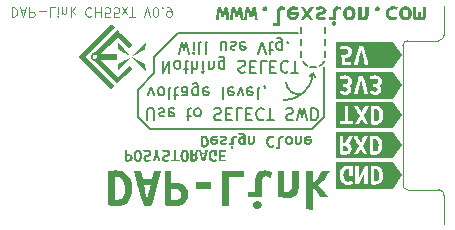
<source format=gbo>
%TF.GenerationSoftware,KiCad,Pcbnew,(6.0.1)*%
%TF.CreationDate,2022-02-19T00:35:01+08:00*%
%TF.ProjectId,PCB_DAP_Link_CH55xT,5043425f-4441-4505-9f4c-696e6b5f4348,0.9*%
%TF.SameCoordinates,Original*%
%TF.FileFunction,Legend,Bot*%
%TF.FilePolarity,Positive*%
%FSLAX46Y46*%
G04 Gerber Fmt 4.6, Leading zero omitted, Abs format (unit mm)*
G04 Created by KiCad (PCBNEW (6.0.1)) date 2022-02-19 00:35:01*
%MOMM*%
%LPD*%
G01*
G04 APERTURE LIST*
%ADD10C,0.150000*%
%ADD11C,0.200000*%
%ADD12C,0.120000*%
G04 APERTURE END LIST*
D10*
X116601000Y-57969000D02*
X116601000Y-58477000D01*
X100726000Y-63557000D02*
X101742000Y-64573000D01*
X114315000Y-56445000D02*
X104155000Y-56445000D01*
X104155000Y-56445000D02*
X102123000Y-58477000D01*
X114696000Y-58858000D02*
G75*
G03*
X115077000Y-59239000I521543J140543D01*
G01*
X102123000Y-59874000D02*
X100726000Y-61271000D01*
X115585000Y-59874000D02*
X115331000Y-60128000D01*
X113045000Y-62176858D02*
G75*
G03*
X115585000Y-59874000I-1J2552211D01*
G01*
X115458000Y-64573000D02*
X116474000Y-63557000D01*
X116601000Y-56953000D02*
X116601000Y-57461000D01*
X114569000Y-56953000D02*
X114569000Y-57461000D01*
X116106545Y-59252544D02*
G75*
G03*
X116487545Y-58871544I-140543J521543D01*
G01*
X115585000Y-59874000D02*
X115755266Y-60173886D01*
X114569000Y-57969000D02*
X114569000Y-58477000D01*
X102123000Y-58477000D02*
X102123000Y-59874000D01*
X116601000Y-55937000D02*
X116601000Y-56445000D01*
X113267733Y-60636000D02*
G75*
G03*
X114569000Y-61652000I1087491J51517D01*
G01*
X114569000Y-55937000D02*
X114569000Y-56445000D01*
X115331000Y-59366000D02*
X115839000Y-59366000D01*
X101742000Y-64573000D02*
X115458000Y-64573000D01*
X116474000Y-63557000D02*
X116474000Y-59366000D01*
X100726000Y-61271000D02*
X100726000Y-63557000D01*
D11*
X101615619Y-61739285D02*
X101853714Y-61072619D01*
X102091809Y-61739285D01*
X102615619Y-61072619D02*
X102520380Y-61120238D01*
X102472761Y-61167857D01*
X102425142Y-61263095D01*
X102425142Y-61548809D01*
X102472761Y-61644047D01*
X102520380Y-61691666D01*
X102615619Y-61739285D01*
X102758476Y-61739285D01*
X102853714Y-61691666D01*
X102901333Y-61644047D01*
X102948952Y-61548809D01*
X102948952Y-61263095D01*
X102901333Y-61167857D01*
X102853714Y-61120238D01*
X102758476Y-61072619D01*
X102615619Y-61072619D01*
X103520380Y-61072619D02*
X103425142Y-61120238D01*
X103377523Y-61215476D01*
X103377523Y-62072619D01*
X103758476Y-61739285D02*
X104139428Y-61739285D01*
X103901333Y-62072619D02*
X103901333Y-61215476D01*
X103948952Y-61120238D01*
X104044190Y-61072619D01*
X104139428Y-61072619D01*
X104901333Y-61072619D02*
X104901333Y-61596428D01*
X104853714Y-61691666D01*
X104758476Y-61739285D01*
X104568000Y-61739285D01*
X104472761Y-61691666D01*
X104901333Y-61120238D02*
X104806095Y-61072619D01*
X104568000Y-61072619D01*
X104472761Y-61120238D01*
X104425142Y-61215476D01*
X104425142Y-61310714D01*
X104472761Y-61405952D01*
X104568000Y-61453571D01*
X104806095Y-61453571D01*
X104901333Y-61501190D01*
X105806095Y-61739285D02*
X105806095Y-60929761D01*
X105758476Y-60834523D01*
X105710857Y-60786904D01*
X105615619Y-60739285D01*
X105472761Y-60739285D01*
X105377523Y-60786904D01*
X105806095Y-61120238D02*
X105710857Y-61072619D01*
X105520380Y-61072619D01*
X105425142Y-61120238D01*
X105377523Y-61167857D01*
X105329904Y-61263095D01*
X105329904Y-61548809D01*
X105377523Y-61644047D01*
X105425142Y-61691666D01*
X105520380Y-61739285D01*
X105710857Y-61739285D01*
X105806095Y-61691666D01*
X106663238Y-61120238D02*
X106568000Y-61072619D01*
X106377523Y-61072619D01*
X106282285Y-61120238D01*
X106234666Y-61215476D01*
X106234666Y-61596428D01*
X106282285Y-61691666D01*
X106377523Y-61739285D01*
X106568000Y-61739285D01*
X106663238Y-61691666D01*
X106710857Y-61596428D01*
X106710857Y-61501190D01*
X106234666Y-61405952D01*
X108044190Y-61072619D02*
X107948952Y-61120238D01*
X107901333Y-61215476D01*
X107901333Y-62072619D01*
X108806095Y-61120238D02*
X108710857Y-61072619D01*
X108520380Y-61072619D01*
X108425142Y-61120238D01*
X108377523Y-61215476D01*
X108377523Y-61596428D01*
X108425142Y-61691666D01*
X108520380Y-61739285D01*
X108710857Y-61739285D01*
X108806095Y-61691666D01*
X108853714Y-61596428D01*
X108853714Y-61501190D01*
X108377523Y-61405952D01*
X109187047Y-61739285D02*
X109425142Y-61072619D01*
X109663238Y-61739285D01*
X110425142Y-61120238D02*
X110329904Y-61072619D01*
X110139428Y-61072619D01*
X110044190Y-61120238D01*
X109996571Y-61215476D01*
X109996571Y-61596428D01*
X110044190Y-61691666D01*
X110139428Y-61739285D01*
X110329904Y-61739285D01*
X110425142Y-61691666D01*
X110472761Y-61596428D01*
X110472761Y-61501190D01*
X109996571Y-61405952D01*
X111044190Y-61072619D02*
X110948952Y-61120238D01*
X110901333Y-61215476D01*
X110901333Y-62072619D01*
X111472761Y-61120238D02*
X111472761Y-61072619D01*
X111425142Y-60977380D01*
X111377523Y-60929761D01*
X102806380Y-58829619D02*
X102806380Y-59829619D01*
X103377809Y-58829619D01*
X103377809Y-59829619D01*
X103996857Y-58829619D02*
X103901619Y-58877238D01*
X103854000Y-58924857D01*
X103806380Y-59020095D01*
X103806380Y-59305809D01*
X103854000Y-59401047D01*
X103901619Y-59448666D01*
X103996857Y-59496285D01*
X104139714Y-59496285D01*
X104234952Y-59448666D01*
X104282571Y-59401047D01*
X104330190Y-59305809D01*
X104330190Y-59020095D01*
X104282571Y-58924857D01*
X104234952Y-58877238D01*
X104139714Y-58829619D01*
X103996857Y-58829619D01*
X104615904Y-59496285D02*
X104996857Y-59496285D01*
X104758761Y-59829619D02*
X104758761Y-58972476D01*
X104806380Y-58877238D01*
X104901619Y-58829619D01*
X104996857Y-58829619D01*
X105330190Y-58829619D02*
X105330190Y-59829619D01*
X105758761Y-58829619D02*
X105758761Y-59353428D01*
X105711142Y-59448666D01*
X105615904Y-59496285D01*
X105473047Y-59496285D01*
X105377809Y-59448666D01*
X105330190Y-59401047D01*
X106234952Y-58829619D02*
X106234952Y-59496285D01*
X106234952Y-59829619D02*
X106187333Y-59782000D01*
X106234952Y-59734380D01*
X106282571Y-59782000D01*
X106234952Y-59829619D01*
X106234952Y-59734380D01*
X106711142Y-59496285D02*
X106711142Y-58829619D01*
X106711142Y-59401047D02*
X106758761Y-59448666D01*
X106854000Y-59496285D01*
X106996857Y-59496285D01*
X107092095Y-59448666D01*
X107139714Y-59353428D01*
X107139714Y-58829619D01*
X108044476Y-59496285D02*
X108044476Y-58686761D01*
X107996857Y-58591523D01*
X107949238Y-58543904D01*
X107854000Y-58496285D01*
X107711142Y-58496285D01*
X107615904Y-58543904D01*
X108044476Y-58877238D02*
X107949238Y-58829619D01*
X107758761Y-58829619D01*
X107663523Y-58877238D01*
X107615904Y-58924857D01*
X107568285Y-59020095D01*
X107568285Y-59305809D01*
X107615904Y-59401047D01*
X107663523Y-59448666D01*
X107758761Y-59496285D01*
X107949238Y-59496285D01*
X108044476Y-59448666D01*
X109234952Y-58877238D02*
X109377809Y-58829619D01*
X109615904Y-58829619D01*
X109711142Y-58877238D01*
X109758761Y-58924857D01*
X109806380Y-59020095D01*
X109806380Y-59115333D01*
X109758761Y-59210571D01*
X109711142Y-59258190D01*
X109615904Y-59305809D01*
X109425428Y-59353428D01*
X109330190Y-59401047D01*
X109282571Y-59448666D01*
X109234952Y-59543904D01*
X109234952Y-59639142D01*
X109282571Y-59734380D01*
X109330190Y-59782000D01*
X109425428Y-59829619D01*
X109663523Y-59829619D01*
X109806380Y-59782000D01*
X110234952Y-59353428D02*
X110568285Y-59353428D01*
X110711142Y-58829619D02*
X110234952Y-58829619D01*
X110234952Y-59829619D01*
X110711142Y-59829619D01*
X111615904Y-58829619D02*
X111139714Y-58829619D01*
X111139714Y-59829619D01*
X111949238Y-59353428D02*
X112282571Y-59353428D01*
X112425428Y-58829619D02*
X111949238Y-58829619D01*
X111949238Y-59829619D01*
X112425428Y-59829619D01*
X113425428Y-58924857D02*
X113377809Y-58877238D01*
X113234952Y-58829619D01*
X113139714Y-58829619D01*
X112996857Y-58877238D01*
X112901619Y-58972476D01*
X112854000Y-59067714D01*
X112806380Y-59258190D01*
X112806380Y-59401047D01*
X112854000Y-59591523D01*
X112901619Y-59686761D01*
X112996857Y-59782000D01*
X113139714Y-59829619D01*
X113234952Y-59829619D01*
X113377809Y-59782000D01*
X113425428Y-59734380D01*
X113711142Y-59829619D02*
X114282571Y-59829619D01*
X113996857Y-58829619D02*
X113996857Y-59829619D01*
X104211142Y-58219619D02*
X104449238Y-57219619D01*
X104639714Y-57933904D01*
X104830190Y-57219619D01*
X105068285Y-58219619D01*
X105449238Y-57219619D02*
X105449238Y-57886285D01*
X105449238Y-58219619D02*
X105401619Y-58172000D01*
X105449238Y-58124380D01*
X105496857Y-58172000D01*
X105449238Y-58219619D01*
X105449238Y-58124380D01*
X106068285Y-57219619D02*
X105973047Y-57267238D01*
X105925428Y-57362476D01*
X105925428Y-58219619D01*
X106592095Y-57219619D02*
X106496857Y-57267238D01*
X106449238Y-57362476D01*
X106449238Y-58219619D01*
X108163523Y-57886285D02*
X108163523Y-57219619D01*
X107734952Y-57886285D02*
X107734952Y-57362476D01*
X107782571Y-57267238D01*
X107877809Y-57219619D01*
X108020666Y-57219619D01*
X108115904Y-57267238D01*
X108163523Y-57314857D01*
X108592095Y-57267238D02*
X108687333Y-57219619D01*
X108877809Y-57219619D01*
X108973047Y-57267238D01*
X109020666Y-57362476D01*
X109020666Y-57410095D01*
X108973047Y-57505333D01*
X108877809Y-57552952D01*
X108734952Y-57552952D01*
X108639714Y-57600571D01*
X108592095Y-57695809D01*
X108592095Y-57743428D01*
X108639714Y-57838666D01*
X108734952Y-57886285D01*
X108877809Y-57886285D01*
X108973047Y-57838666D01*
X109830190Y-57267238D02*
X109734952Y-57219619D01*
X109544476Y-57219619D01*
X109449238Y-57267238D01*
X109401619Y-57362476D01*
X109401619Y-57743428D01*
X109449238Y-57838666D01*
X109544476Y-57886285D01*
X109734952Y-57886285D01*
X109830190Y-57838666D01*
X109877809Y-57743428D01*
X109877809Y-57648190D01*
X109401619Y-57552952D01*
X110925428Y-58219619D02*
X111258761Y-57219619D01*
X111592095Y-58219619D01*
X111782571Y-57886285D02*
X112163523Y-57886285D01*
X111925428Y-58219619D02*
X111925428Y-57362476D01*
X111973047Y-57267238D01*
X112068285Y-57219619D01*
X112163523Y-57219619D01*
X112925428Y-57886285D02*
X112925428Y-57076761D01*
X112877809Y-56981523D01*
X112830190Y-56933904D01*
X112734952Y-56886285D01*
X112592095Y-56886285D01*
X112496857Y-56933904D01*
X112925428Y-57267238D02*
X112830190Y-57219619D01*
X112639714Y-57219619D01*
X112544476Y-57267238D01*
X112496857Y-57314857D01*
X112449238Y-57410095D01*
X112449238Y-57695809D01*
X112496857Y-57791047D01*
X112544476Y-57838666D01*
X112639714Y-57886285D01*
X112830190Y-57886285D01*
X112925428Y-57838666D01*
X113401619Y-57314857D02*
X113449238Y-57267238D01*
X113401619Y-57219619D01*
X113354000Y-57267238D01*
X113401619Y-57314857D01*
X113401619Y-57219619D01*
X101512714Y-63850619D02*
X101512714Y-63041095D01*
X101560333Y-62945857D01*
X101607952Y-62898238D01*
X101703190Y-62850619D01*
X101893666Y-62850619D01*
X101988904Y-62898238D01*
X102036523Y-62945857D01*
X102084142Y-63041095D01*
X102084142Y-63850619D01*
X102512714Y-62898238D02*
X102607952Y-62850619D01*
X102798428Y-62850619D01*
X102893666Y-62898238D01*
X102941285Y-62993476D01*
X102941285Y-63041095D01*
X102893666Y-63136333D01*
X102798428Y-63183952D01*
X102655571Y-63183952D01*
X102560333Y-63231571D01*
X102512714Y-63326809D01*
X102512714Y-63374428D01*
X102560333Y-63469666D01*
X102655571Y-63517285D01*
X102798428Y-63517285D01*
X102893666Y-63469666D01*
X103750809Y-62898238D02*
X103655571Y-62850619D01*
X103465095Y-62850619D01*
X103369857Y-62898238D01*
X103322238Y-62993476D01*
X103322238Y-63374428D01*
X103369857Y-63469666D01*
X103465095Y-63517285D01*
X103655571Y-63517285D01*
X103750809Y-63469666D01*
X103798428Y-63374428D01*
X103798428Y-63279190D01*
X103322238Y-63183952D01*
X104846047Y-63517285D02*
X105227000Y-63517285D01*
X104988904Y-63850619D02*
X104988904Y-62993476D01*
X105036523Y-62898238D01*
X105131761Y-62850619D01*
X105227000Y-62850619D01*
X105703190Y-62850619D02*
X105607952Y-62898238D01*
X105560333Y-62945857D01*
X105512714Y-63041095D01*
X105512714Y-63326809D01*
X105560333Y-63422047D01*
X105607952Y-63469666D01*
X105703190Y-63517285D01*
X105846047Y-63517285D01*
X105941285Y-63469666D01*
X105988904Y-63422047D01*
X106036523Y-63326809D01*
X106036523Y-63041095D01*
X105988904Y-62945857D01*
X105941285Y-62898238D01*
X105846047Y-62850619D01*
X105703190Y-62850619D01*
X107179380Y-62898238D02*
X107322238Y-62850619D01*
X107560333Y-62850619D01*
X107655571Y-62898238D01*
X107703190Y-62945857D01*
X107750809Y-63041095D01*
X107750809Y-63136333D01*
X107703190Y-63231571D01*
X107655571Y-63279190D01*
X107560333Y-63326809D01*
X107369857Y-63374428D01*
X107274619Y-63422047D01*
X107227000Y-63469666D01*
X107179380Y-63564904D01*
X107179380Y-63660142D01*
X107227000Y-63755380D01*
X107274619Y-63803000D01*
X107369857Y-63850619D01*
X107607952Y-63850619D01*
X107750809Y-63803000D01*
X108179380Y-63374428D02*
X108512714Y-63374428D01*
X108655571Y-62850619D02*
X108179380Y-62850619D01*
X108179380Y-63850619D01*
X108655571Y-63850619D01*
X109560333Y-62850619D02*
X109084142Y-62850619D01*
X109084142Y-63850619D01*
X109893666Y-63374428D02*
X110227000Y-63374428D01*
X110369857Y-62850619D02*
X109893666Y-62850619D01*
X109893666Y-63850619D01*
X110369857Y-63850619D01*
X111369857Y-62945857D02*
X111322238Y-62898238D01*
X111179380Y-62850619D01*
X111084142Y-62850619D01*
X110941285Y-62898238D01*
X110846047Y-62993476D01*
X110798428Y-63088714D01*
X110750809Y-63279190D01*
X110750809Y-63422047D01*
X110798428Y-63612523D01*
X110846047Y-63707761D01*
X110941285Y-63803000D01*
X111084142Y-63850619D01*
X111179380Y-63850619D01*
X111322238Y-63803000D01*
X111369857Y-63755380D01*
X111655571Y-63850619D02*
X112227000Y-63850619D01*
X111941285Y-62850619D02*
X111941285Y-63850619D01*
X113274619Y-62898238D02*
X113417476Y-62850619D01*
X113655571Y-62850619D01*
X113750809Y-62898238D01*
X113798428Y-62945857D01*
X113846047Y-63041095D01*
X113846047Y-63136333D01*
X113798428Y-63231571D01*
X113750809Y-63279190D01*
X113655571Y-63326809D01*
X113465095Y-63374428D01*
X113369857Y-63422047D01*
X113322238Y-63469666D01*
X113274619Y-63564904D01*
X113274619Y-63660142D01*
X113322238Y-63755380D01*
X113369857Y-63803000D01*
X113465095Y-63850619D01*
X113703190Y-63850619D01*
X113846047Y-63803000D01*
X114179380Y-63850619D02*
X114417476Y-62850619D01*
X114607952Y-63564904D01*
X114798428Y-62850619D01*
X115036523Y-63850619D01*
X115417476Y-62850619D02*
X115417476Y-63850619D01*
X115655571Y-63850619D01*
X115798428Y-63803000D01*
X115893666Y-63707761D01*
X115941285Y-63612523D01*
X115988904Y-63422047D01*
X115988904Y-63279190D01*
X115941285Y-63088714D01*
X115893666Y-62993476D01*
X115798428Y-62898238D01*
X115655571Y-62850619D01*
X115417476Y-62850619D01*
D12*
X90027095Y-54305095D02*
X90027095Y-55105095D01*
X90217571Y-55105095D01*
X90331857Y-55067000D01*
X90408047Y-54990809D01*
X90446142Y-54914619D01*
X90484238Y-54762238D01*
X90484238Y-54647952D01*
X90446142Y-54495571D01*
X90408047Y-54419380D01*
X90331857Y-54343190D01*
X90217571Y-54305095D01*
X90027095Y-54305095D01*
X90789000Y-54533666D02*
X91169952Y-54533666D01*
X90712809Y-54305095D02*
X90979476Y-55105095D01*
X91246142Y-54305095D01*
X91512809Y-54305095D02*
X91512809Y-55105095D01*
X91817571Y-55105095D01*
X91893761Y-55067000D01*
X91931857Y-55028904D01*
X91969952Y-54952714D01*
X91969952Y-54838428D01*
X91931857Y-54762238D01*
X91893761Y-54724142D01*
X91817571Y-54686047D01*
X91512809Y-54686047D01*
X92312809Y-54609857D02*
X92922333Y-54609857D01*
X93684238Y-54305095D02*
X93303285Y-54305095D01*
X93303285Y-55105095D01*
X93950904Y-54305095D02*
X93950904Y-54838428D01*
X93950904Y-55105095D02*
X93912809Y-55067000D01*
X93950904Y-55028904D01*
X93989000Y-55067000D01*
X93950904Y-55105095D01*
X93950904Y-55028904D01*
X94331857Y-54838428D02*
X94331857Y-54305095D01*
X94331857Y-54762238D02*
X94369952Y-54800333D01*
X94446142Y-54838428D01*
X94560428Y-54838428D01*
X94636619Y-54800333D01*
X94674714Y-54724142D01*
X94674714Y-54305095D01*
X95055666Y-54305095D02*
X95055666Y-55105095D01*
X95131857Y-54609857D02*
X95360428Y-54305095D01*
X95360428Y-54838428D02*
X95055666Y-54533666D01*
X96769952Y-54381285D02*
X96731857Y-54343190D01*
X96617571Y-54305095D01*
X96541380Y-54305095D01*
X96427095Y-54343190D01*
X96350904Y-54419380D01*
X96312809Y-54495571D01*
X96274714Y-54647952D01*
X96274714Y-54762238D01*
X96312809Y-54914619D01*
X96350904Y-54990809D01*
X96427095Y-55067000D01*
X96541380Y-55105095D01*
X96617571Y-55105095D01*
X96731857Y-55067000D01*
X96769952Y-55028904D01*
X97112809Y-54305095D02*
X97112809Y-55105095D01*
X97112809Y-54724142D02*
X97569952Y-54724142D01*
X97569952Y-54305095D02*
X97569952Y-55105095D01*
X98331857Y-55105095D02*
X97950904Y-55105095D01*
X97912809Y-54724142D01*
X97950904Y-54762238D01*
X98027095Y-54800333D01*
X98217571Y-54800333D01*
X98293761Y-54762238D01*
X98331857Y-54724142D01*
X98369952Y-54647952D01*
X98369952Y-54457476D01*
X98331857Y-54381285D01*
X98293761Y-54343190D01*
X98217571Y-54305095D01*
X98027095Y-54305095D01*
X97950904Y-54343190D01*
X97912809Y-54381285D01*
X99093761Y-55105095D02*
X98712809Y-55105095D01*
X98674714Y-54724142D01*
X98712809Y-54762238D01*
X98789000Y-54800333D01*
X98979476Y-54800333D01*
X99055666Y-54762238D01*
X99093761Y-54724142D01*
X99131857Y-54647952D01*
X99131857Y-54457476D01*
X99093761Y-54381285D01*
X99055666Y-54343190D01*
X98979476Y-54305095D01*
X98789000Y-54305095D01*
X98712809Y-54343190D01*
X98674714Y-54381285D01*
X99398523Y-54305095D02*
X99817571Y-54838428D01*
X99398523Y-54838428D02*
X99817571Y-54305095D01*
X100008047Y-55105095D02*
X100465190Y-55105095D01*
X100236619Y-54305095D02*
X100236619Y-55105095D01*
X101227095Y-55105095D02*
X101493761Y-54305095D01*
X101760428Y-55105095D01*
X102179476Y-55105095D02*
X102255666Y-55105095D01*
X102331857Y-55067000D01*
X102369952Y-55028904D01*
X102408047Y-54952714D01*
X102446142Y-54800333D01*
X102446142Y-54609857D01*
X102408047Y-54457476D01*
X102369952Y-54381285D01*
X102331857Y-54343190D01*
X102255666Y-54305095D01*
X102179476Y-54305095D01*
X102103285Y-54343190D01*
X102065190Y-54381285D01*
X102027095Y-54457476D01*
X101989000Y-54609857D01*
X101989000Y-54800333D01*
X102027095Y-54952714D01*
X102065190Y-55028904D01*
X102103285Y-55067000D01*
X102179476Y-55105095D01*
X102789000Y-54381285D02*
X102827095Y-54343190D01*
X102789000Y-54305095D01*
X102750904Y-54343190D01*
X102789000Y-54381285D01*
X102789000Y-54305095D01*
X103208047Y-54305095D02*
X103360428Y-54305095D01*
X103436619Y-54343190D01*
X103474714Y-54381285D01*
X103550904Y-54495571D01*
X103589000Y-54647952D01*
X103589000Y-54952714D01*
X103550904Y-55028904D01*
X103512809Y-55067000D01*
X103436619Y-55105095D01*
X103284238Y-55105095D01*
X103208047Y-55067000D01*
X103169952Y-55028904D01*
X103131857Y-54952714D01*
X103131857Y-54762238D01*
X103169952Y-54686047D01*
X103208047Y-54647952D01*
X103284238Y-54609857D01*
X103436619Y-54609857D01*
X103512809Y-54647952D01*
X103550904Y-54686047D01*
X103589000Y-54762238D01*
%TO.C,J2*%
X123550000Y-69730000D02*
X126200000Y-69730000D01*
X123150000Y-57530000D02*
X123150000Y-69330000D01*
X126650000Y-70230000D02*
X126650000Y-72630000D01*
X126650000Y-56630000D02*
X126650000Y-54230000D01*
X123500000Y-57130000D02*
X126150000Y-57130000D01*
X126150000Y-57130000D02*
G75*
G03*
X126650000Y-56630000I-1J500001D01*
G01*
X126650000Y-70280000D02*
G75*
G03*
X126200000Y-69730000I-500000J50000D01*
G01*
X123550000Y-57130000D02*
G75*
G03*
X123150000Y-57530000I-1J-399999D01*
G01*
X123150000Y-69330000D02*
G75*
G03*
X123550000Y-69730000I399999J-1D01*
G01*
%TO.C,kibuzzard-620E7763*%
G36*
X104352445Y-66636155D02*
G01*
X104380971Y-66548098D01*
X104420906Y-66475619D01*
X104490844Y-66403740D01*
X104578951Y-66360613D01*
X104685225Y-66346237D01*
X104788942Y-66360613D01*
X104875725Y-66403740D01*
X104945575Y-66475619D01*
X104985858Y-66548098D01*
X105014631Y-66636155D01*
X105031895Y-66739789D01*
X105037650Y-66859000D01*
X105031995Y-66978211D01*
X105015028Y-67081845D01*
X104986751Y-67169902D01*
X104947163Y-67242381D01*
X104877665Y-67314260D01*
X104789824Y-67357387D01*
X104683638Y-67371763D01*
X104580626Y-67357387D01*
X104493843Y-67314260D01*
X104423288Y-67242381D01*
X104382310Y-67169902D01*
X104353041Y-67081845D01*
X104335479Y-66978211D01*
X104329625Y-66859000D01*
X104528063Y-66859000D01*
X104529452Y-66928056D01*
X104533619Y-66992350D01*
X104555844Y-67101094D01*
X104602675Y-67174913D01*
X104683638Y-67201900D01*
X104764600Y-67174913D01*
X104811431Y-67101888D01*
X104833656Y-66993144D01*
X104837823Y-66928255D01*
X104839213Y-66859000D01*
X104837823Y-66789944D01*
X104833656Y-66725650D01*
X104811431Y-66616906D01*
X104763806Y-66543087D01*
X104683638Y-66516100D01*
X104602675Y-66543087D01*
X104555844Y-66616112D01*
X104533619Y-66724856D01*
X104529452Y-66789745D01*
X104528063Y-66859000D01*
X104329625Y-66859000D01*
X104335330Y-66739789D01*
X104352445Y-66636155D01*
G37*
G36*
X107209548Y-66350206D02*
G01*
X107291106Y-66362112D01*
X107399850Y-66390687D01*
X107399850Y-66881225D01*
X107204588Y-66881225D01*
X107204588Y-66522450D01*
X107166488Y-66517687D01*
X107128388Y-66516100D01*
X107033534Y-66536936D01*
X106964875Y-66599444D01*
X106934007Y-66665325D01*
X106915486Y-66751844D01*
X106909313Y-66859000D01*
X106912686Y-66931827D01*
X106922806Y-66997906D01*
X106967256Y-67105856D01*
X107045838Y-67176500D01*
X107163313Y-67201900D01*
X107268088Y-67184438D01*
X107353813Y-67144750D01*
X107404613Y-67300325D01*
X107372069Y-67319375D01*
X107317300Y-67343188D01*
X107238719Y-67363031D01*
X107136325Y-67371763D01*
X107050203Y-67363627D01*
X106969638Y-67339219D01*
X106897009Y-67298539D01*
X106834700Y-67241588D01*
X106783503Y-67168761D01*
X106744213Y-67080456D01*
X106719209Y-66977070D01*
X106710875Y-66859000D01*
X106718019Y-66739739D01*
X106739450Y-66635956D01*
X106773978Y-66547850D01*
X106820413Y-66475619D01*
X106878158Y-66419262D01*
X106946619Y-66378781D01*
X107025002Y-66354373D01*
X107112513Y-66346237D01*
X107209548Y-66350206D01*
G37*
G36*
X103988313Y-67187613D02*
G01*
X104247075Y-67187613D01*
X104247075Y-67349538D01*
X103532700Y-67349538D01*
X103532700Y-67187613D01*
X103791462Y-67187613D01*
X103791462Y-66366875D01*
X103988313Y-66366875D01*
X103988313Y-67187613D01*
G37*
G36*
X99746512Y-67355094D02*
G01*
X99674281Y-67347950D01*
X99609987Y-67336838D01*
X99609987Y-67186025D01*
X99805250Y-67186025D01*
X99853669Y-67189994D01*
X99902087Y-67190788D01*
X99972136Y-67181858D01*
X100026706Y-67155069D01*
X100061830Y-67106848D01*
X100073537Y-67033625D01*
X100061631Y-66956433D01*
X100025912Y-66905831D01*
X99966778Y-66877852D01*
X99884625Y-66868525D01*
X99805250Y-66868525D01*
X99805250Y-67186025D01*
X99609987Y-67186025D01*
X99609987Y-66366875D01*
X99805250Y-66366875D01*
X99805250Y-66698662D01*
X99875100Y-66698662D01*
X99992487Y-66707394D01*
X100090647Y-66733587D01*
X100169581Y-66777244D01*
X100227349Y-66840479D01*
X100262009Y-66925410D01*
X100273562Y-67032038D01*
X100262097Y-67137606D01*
X100227701Y-67221479D01*
X100170375Y-67283656D01*
X100092235Y-67326431D01*
X99995397Y-67352095D01*
X99879862Y-67360650D01*
X99817950Y-67359062D01*
X99746512Y-67355094D01*
G37*
G36*
X100383695Y-66636155D02*
G01*
X100412221Y-66548098D01*
X100452156Y-66475619D01*
X100522094Y-66403740D01*
X100610201Y-66360613D01*
X100716475Y-66346237D01*
X100820192Y-66360613D01*
X100906975Y-66403740D01*
X100976825Y-66475619D01*
X101017108Y-66548098D01*
X101045881Y-66636155D01*
X101063145Y-66739789D01*
X101068900Y-66859000D01*
X101063245Y-66978211D01*
X101046278Y-67081845D01*
X101018001Y-67169902D01*
X100978412Y-67242381D01*
X100908915Y-67314260D01*
X100821074Y-67357387D01*
X100714887Y-67371763D01*
X100611876Y-67357387D01*
X100525093Y-67314260D01*
X100454537Y-67242381D01*
X100413560Y-67169902D01*
X100384291Y-67081845D01*
X100366729Y-66978211D01*
X100360875Y-66859000D01*
X100559312Y-66859000D01*
X100560702Y-66928056D01*
X100564869Y-66992350D01*
X100587094Y-67101094D01*
X100633925Y-67174913D01*
X100714887Y-67201900D01*
X100795850Y-67174913D01*
X100842681Y-67101888D01*
X100864906Y-66993144D01*
X100869073Y-66928255D01*
X100870462Y-66859000D01*
X100869073Y-66789944D01*
X100864906Y-66725650D01*
X100842681Y-66616906D01*
X100795056Y-66543087D01*
X100714887Y-66516100D01*
X100633925Y-66543087D01*
X100587094Y-66616112D01*
X100564869Y-66724856D01*
X100560702Y-66789745D01*
X100559312Y-66859000D01*
X100360875Y-66859000D01*
X100366580Y-66739789D01*
X100383695Y-66636155D01*
G37*
G36*
X106136200Y-66593887D02*
G01*
X106398138Y-66593887D01*
X106444175Y-66366875D01*
X106653725Y-66366875D01*
X106627531Y-66478286D01*
X106601020Y-66586458D01*
X106574191Y-66691392D01*
X106547045Y-66793087D01*
X106519581Y-66891544D01*
X106485004Y-67010954D01*
X106450327Y-67127089D01*
X106415550Y-67239950D01*
X106380675Y-67349538D01*
X106167950Y-67349538D01*
X106134315Y-67240843D01*
X106100084Y-67129073D01*
X106065259Y-67014228D01*
X106029838Y-66896306D01*
X106001326Y-66798675D01*
X105989370Y-66755812D01*
X106172713Y-66755812D01*
X106192556Y-66857412D01*
X106214781Y-66955044D01*
X106240181Y-67053469D01*
X106269550Y-67159038D01*
X106298919Y-67053469D01*
X106324319Y-66955044D01*
X106345750Y-66857412D01*
X106364800Y-66755812D01*
X106172713Y-66755812D01*
X105989370Y-66755812D01*
X105972941Y-66696916D01*
X105944684Y-66591030D01*
X105916554Y-66481016D01*
X105888550Y-66366875D01*
X106091750Y-66366875D01*
X106136200Y-66593887D01*
G37*
G36*
X108192013Y-66528800D02*
G01*
X107757038Y-66528800D01*
X107757038Y-66805025D01*
X108104700Y-66805025D01*
X108104700Y-66966950D01*
X107757038Y-66966950D01*
X107757038Y-67187613D01*
X108157088Y-67187613D01*
X108157088Y-67349538D01*
X107561775Y-67349538D01*
X107561775Y-66366875D01*
X108192013Y-66366875D01*
X108192013Y-66528800D01*
G37*
G36*
X102402400Y-66741525D02*
G01*
X102445262Y-66818320D01*
X102484950Y-66893131D01*
X102521859Y-66967148D01*
X102556387Y-67041563D01*
X102588931Y-67116572D01*
X102619887Y-67192375D01*
X102650050Y-67269766D01*
X102680212Y-67349538D01*
X102478600Y-67349538D01*
X102439706Y-67235238D01*
X102417878Y-67172134D01*
X102395256Y-67109825D01*
X102349219Y-66992350D01*
X102308737Y-66900275D01*
X102261906Y-67003661D01*
X102216662Y-67116969D01*
X102174197Y-67234245D01*
X102135700Y-67349538D01*
X101926150Y-67349538D01*
X101966984Y-67243263D01*
X102009053Y-67140340D01*
X102052356Y-67040769D01*
X102098658Y-66942079D01*
X102149723Y-66841802D01*
X102205550Y-66739937D01*
X102205550Y-66366875D01*
X102402400Y-66366875D01*
X102402400Y-66741525D01*
G37*
G36*
X101591452Y-66354616D02*
G01*
X101682204Y-66379751D01*
X101752319Y-66421644D01*
X101819589Y-66512727D01*
X101842012Y-66635162D01*
X101835266Y-66709180D01*
X101815025Y-66769306D01*
X101745969Y-66858206D01*
X101653894Y-66915356D01*
X101557850Y-66954250D01*
X101496731Y-66978063D01*
X101441169Y-67007431D01*
X101400687Y-67045531D01*
X101384812Y-67095538D01*
X101402099Y-67158156D01*
X101453957Y-67195726D01*
X101540387Y-67208250D01*
X101652306Y-67192375D01*
X101740412Y-67154275D01*
X101797562Y-67305088D01*
X101684056Y-67351125D01*
X101610833Y-67366603D01*
X101526100Y-67371763D01*
X101428822Y-67363119D01*
X101346536Y-67337190D01*
X101279244Y-67293975D01*
X101211973Y-67201106D01*
X101189550Y-67078075D01*
X101214950Y-66961394D01*
X101279244Y-66882813D01*
X101365762Y-66830425D01*
X101457837Y-66793912D01*
X101524512Y-66766131D01*
X101584837Y-66732794D01*
X101629287Y-66690725D01*
X101646750Y-66636750D01*
X101639606Y-66589919D01*
X101613412Y-66548644D01*
X101561819Y-66520069D01*
X101480062Y-66509750D01*
X101400886Y-66515306D01*
X101334806Y-66531975D01*
X101232412Y-66579600D01*
X101175262Y-66420850D01*
X101284800Y-66372431D01*
X101370128Y-66352786D01*
X101480062Y-66346237D01*
X101591452Y-66354616D01*
G37*
G36*
X103178952Y-66354616D02*
G01*
X103269704Y-66379751D01*
X103339819Y-66421644D01*
X103407089Y-66512727D01*
X103429512Y-66635162D01*
X103422766Y-66709180D01*
X103402525Y-66769306D01*
X103333469Y-66858206D01*
X103241394Y-66915356D01*
X103145350Y-66954250D01*
X103084231Y-66978063D01*
X103028669Y-67007431D01*
X102988187Y-67045531D01*
X102972312Y-67095538D01*
X102989599Y-67158156D01*
X103041457Y-67195726D01*
X103127887Y-67208250D01*
X103239806Y-67192375D01*
X103327912Y-67154275D01*
X103385062Y-67305088D01*
X103271556Y-67351125D01*
X103198333Y-67366603D01*
X103113600Y-67371763D01*
X103016322Y-67363119D01*
X102934036Y-67337190D01*
X102866744Y-67293975D01*
X102799473Y-67201106D01*
X102777050Y-67078075D01*
X102802450Y-66961394D01*
X102866744Y-66882813D01*
X102953262Y-66830425D01*
X103045337Y-66793912D01*
X103112012Y-66766131D01*
X103172337Y-66732794D01*
X103216787Y-66690725D01*
X103234250Y-66636750D01*
X103227106Y-66589919D01*
X103200912Y-66548644D01*
X103149319Y-66520069D01*
X103067562Y-66509750D01*
X102988386Y-66515306D01*
X102922306Y-66531975D01*
X102819912Y-66579600D01*
X102762762Y-66420850D01*
X102872300Y-66372431D01*
X102957628Y-66352786D01*
X103067562Y-66346237D01*
X103178952Y-66354616D01*
G37*
G36*
X105298000Y-67355094D02*
G01*
X105228944Y-67347156D01*
X105166238Y-67335250D01*
X105166238Y-67186025D01*
X105361500Y-67186025D01*
X105393250Y-67189994D01*
X105420238Y-67190788D01*
X105490484Y-67181659D01*
X105545650Y-67154275D01*
X105581369Y-67107444D01*
X105593275Y-67039975D01*
X105548825Y-66929644D01*
X105490484Y-66900473D01*
X105404363Y-66890750D01*
X105361500Y-66890750D01*
X105361500Y-67186025D01*
X105166238Y-67186025D01*
X105166238Y-66366875D01*
X105361500Y-66366875D01*
X105361500Y-66728825D01*
X105463100Y-66728825D01*
X105516877Y-66638933D01*
X105567081Y-66550231D01*
X105612523Y-66460339D01*
X105652013Y-66366875D01*
X105856800Y-66366875D01*
X105811556Y-66470856D01*
X105756788Y-66580394D01*
X105698050Y-66685169D01*
X105640900Y-66776450D01*
X105710353Y-66821297D01*
X105756788Y-66882813D01*
X105782981Y-66956631D01*
X105791713Y-67038388D01*
X105785164Y-67115580D01*
X105765519Y-67182056D01*
X105690113Y-67282863D01*
X105636138Y-67317391D01*
X105572638Y-67341600D01*
X105500406Y-67355888D01*
X105420238Y-67360650D01*
X105364675Y-67359062D01*
X105298000Y-67355094D01*
G37*
%TO.C,kibuzzard-620E0C75*%
G36*
X120905281Y-65477240D02*
G01*
X121022121Y-65589000D01*
X121085621Y-65757910D01*
X121099909Y-65860462D01*
X121104671Y-65972540D01*
X121089431Y-66170660D01*
X121036091Y-66340840D01*
X120931951Y-66458950D01*
X120761771Y-66503400D01*
X120716051Y-66502130D01*
X120670331Y-66495780D01*
X120670331Y-65439140D01*
X120698271Y-65436600D01*
X120726211Y-65436600D01*
X120905281Y-65477240D01*
G37*
G36*
X117500411Y-64847320D02*
G01*
X122319135Y-64847320D01*
X123067589Y-65970000D01*
X122319135Y-67092680D01*
X117500411Y-67092680D01*
X117500411Y-66734540D01*
X117817911Y-66734540D01*
X117918241Y-66753590D01*
X118028731Y-66766290D01*
X118135411Y-66772640D01*
X118224311Y-66775180D01*
X118352581Y-66767560D01*
X118468151Y-66744700D01*
X118569751Y-66705965D01*
X118656111Y-66650720D01*
X118776761Y-66489430D01*
X118808194Y-66383068D01*
X118818671Y-66259560D01*
X118804701Y-66128750D01*
X118762791Y-66010640D01*
X118688496Y-65912215D01*
X118577371Y-65840460D01*
X118668811Y-65694410D01*
X118762791Y-65526770D01*
X118850421Y-65351510D01*
X118922811Y-65185140D01*
X118978691Y-65185140D01*
X119053621Y-65350240D01*
X119105691Y-65450570D01*
X119162841Y-65558520D01*
X119224119Y-65671867D01*
X119288571Y-65788390D01*
X119353341Y-65904277D01*
X119415571Y-66015720D01*
X119004091Y-66757400D01*
X119341911Y-66757400D01*
X119590831Y-66254480D01*
X119852451Y-66757400D01*
X120167411Y-66757400D01*
X120156302Y-66737080D01*
X120357911Y-66737080D01*
X120558571Y-66767560D01*
X120733831Y-66775180D01*
X120882104Y-66763750D01*
X121017041Y-66729460D01*
X121135469Y-66670723D01*
X121234211Y-66585950D01*
X121313269Y-66474825D01*
X121372641Y-66337030D01*
X121409789Y-66170343D01*
X121422171Y-65972540D01*
X121408519Y-65770292D01*
X121367561Y-65600430D01*
X121302474Y-65461047D01*
X121216431Y-65350240D01*
X121110704Y-65266737D01*
X120986561Y-65209270D01*
X120846544Y-65175932D01*
X120693191Y-65164820D01*
X120529361Y-65173710D01*
X120357911Y-65202920D01*
X120357911Y-66737080D01*
X120156302Y-66737080D01*
X119766091Y-66023340D01*
X119834036Y-65911580D01*
X119900711Y-65794740D01*
X119964529Y-65676947D01*
X120023901Y-65562330D01*
X120077559Y-65453110D01*
X120124231Y-65351510D01*
X120192811Y-65185140D01*
X119854991Y-65185140D01*
X119801334Y-65321665D01*
X119736881Y-65472160D01*
X119665444Y-65629640D01*
X119590831Y-65787120D01*
X119517171Y-65634402D01*
X119443511Y-65475970D01*
X119374931Y-65322617D01*
X119316511Y-65185140D01*
X118978691Y-65185140D01*
X118922811Y-65185140D01*
X118595151Y-65185140D01*
X118531969Y-65334682D01*
X118459261Y-65478510D01*
X118378934Y-65620432D01*
X118292891Y-65764260D01*
X118130331Y-65764260D01*
X118130331Y-65185140D01*
X117817911Y-65185140D01*
X117817911Y-66734540D01*
X117500411Y-66734540D01*
X117500411Y-64847320D01*
G37*
G36*
X118336706Y-66038898D02*
G01*
X118430051Y-66085570D01*
X118501171Y-66262100D01*
X118482121Y-66370050D01*
X118424971Y-66444980D01*
X118336706Y-66488795D01*
X118224311Y-66503400D01*
X118181131Y-66502130D01*
X118130331Y-66495780D01*
X118130331Y-66023340D01*
X118198911Y-66023340D01*
X118336706Y-66038898D01*
G37*
%TO.C,G\u002A\u002A\u002A*%
G36*
X100778873Y-58809223D02*
G01*
X100887661Y-58864443D01*
X100993233Y-58918091D01*
X101089147Y-58966892D01*
X101173064Y-59009653D01*
X101242642Y-59045179D01*
X101295542Y-59072277D01*
X101329422Y-59089753D01*
X101341943Y-59096414D01*
X101342309Y-59097191D01*
X101344962Y-59115718D01*
X101348697Y-59155177D01*
X101353208Y-59210885D01*
X101358186Y-59278162D01*
X101363323Y-59352326D01*
X101368314Y-59428697D01*
X101372848Y-59502592D01*
X101376620Y-59569330D01*
X101379321Y-59624230D01*
X101380644Y-59662611D01*
X101380281Y-59679792D01*
X101379991Y-59679955D01*
X101367718Y-59670616D01*
X101338644Y-59644127D01*
X101294365Y-59602050D01*
X101236478Y-59545951D01*
X101166580Y-59477395D01*
X101086266Y-59397946D01*
X100997134Y-59309169D01*
X100900780Y-59212628D01*
X100798799Y-59109889D01*
X100220923Y-58526159D01*
X100778873Y-58809223D01*
G37*
G36*
X99326705Y-57583771D02*
G01*
X99345773Y-57603199D01*
X99438892Y-57698027D01*
X99538495Y-57799388D01*
X99639565Y-57902180D01*
X99737085Y-58001303D01*
X99826039Y-58091655D01*
X99901410Y-58168135D01*
X99905455Y-58172238D01*
X99970853Y-58239042D01*
X100028793Y-58299075D01*
X100077014Y-58349928D01*
X100113257Y-58389191D01*
X100135261Y-58414456D01*
X100140768Y-58423314D01*
X100129603Y-58418633D01*
X100096814Y-58402841D01*
X100044947Y-58377071D01*
X99976397Y-58342538D01*
X99893558Y-58300453D01*
X99798827Y-58252030D01*
X99694598Y-58198481D01*
X99583266Y-58141018D01*
X99038601Y-57859270D01*
X99029955Y-57686571D01*
X99026515Y-57620336D01*
X99021759Y-57534050D01*
X99016956Y-57451666D01*
X99012752Y-57384503D01*
X99004194Y-57255134D01*
X99326705Y-57583771D01*
G37*
G36*
X96763047Y-58340948D02*
G01*
X96806775Y-58267980D01*
X96864256Y-58206450D01*
X96931450Y-58161385D01*
X97004322Y-58137812D01*
X97011162Y-58136557D01*
X97021584Y-58133418D01*
X97033681Y-58127736D01*
X97048592Y-58118428D01*
X97067456Y-58104409D01*
X97091413Y-58084593D01*
X97121601Y-58057897D01*
X97159161Y-58023237D01*
X97205232Y-57979526D01*
X97260952Y-57925682D01*
X97327461Y-57860620D01*
X97405899Y-57783254D01*
X97497404Y-57692501D01*
X97603116Y-57587275D01*
X97724175Y-57466494D01*
X97861719Y-57329071D01*
X98016887Y-57173922D01*
X98111110Y-57079757D01*
X98240023Y-56951140D01*
X98362853Y-56828839D01*
X98478333Y-56714105D01*
X98585196Y-56608187D01*
X98682174Y-56512336D01*
X98767999Y-56427802D01*
X98841405Y-56355834D01*
X98901123Y-56297683D01*
X98945887Y-56254599D01*
X98974429Y-56227832D01*
X98985481Y-56218631D01*
X98989074Y-56221053D01*
X99009466Y-56239235D01*
X99046223Y-56273925D01*
X99097774Y-56323580D01*
X99162545Y-56386661D01*
X99238964Y-56461629D01*
X99325458Y-56546942D01*
X99420456Y-56641060D01*
X99522384Y-56742444D01*
X99629669Y-56849553D01*
X100260486Y-57480476D01*
X100121296Y-57620142D01*
X99982105Y-57759808D01*
X99490371Y-57268205D01*
X98998638Y-56776603D01*
X98241519Y-57533810D01*
X97484399Y-58291016D01*
X98925682Y-58291016D01*
X98925682Y-58729406D01*
X97550765Y-58729406D01*
X98284694Y-59463334D01*
X99018623Y-60197263D01*
X99514545Y-59701473D01*
X99614553Y-59601551D01*
X99708132Y-59508280D01*
X99785913Y-59431164D01*
X99849437Y-59368799D01*
X99900247Y-59319780D01*
X99939882Y-59282702D01*
X99969885Y-59256161D01*
X99991795Y-59238752D01*
X100007156Y-59229072D01*
X100017507Y-59225715D01*
X100024390Y-59227278D01*
X100029346Y-59232356D01*
X100044790Y-59251459D01*
X100074410Y-59285582D01*
X100113637Y-59329479D01*
X100158145Y-59378248D01*
X100268065Y-59497467D01*
X99693187Y-60045631D01*
X99601888Y-60132694D01*
X99499441Y-60230403D01*
X99402604Y-60322777D01*
X99313323Y-60407961D01*
X99233542Y-60484096D01*
X99165210Y-60549326D01*
X99110270Y-60601794D01*
X99070669Y-60639643D01*
X99048353Y-60661015D01*
X98978399Y-60728235D01*
X98025411Y-59775316D01*
X97952824Y-59702751D01*
X97802890Y-59553003D01*
X97670142Y-59420663D01*
X97553532Y-59304719D01*
X97452008Y-59204161D01*
X97364521Y-59117978D01*
X97290020Y-59045159D01*
X97227456Y-58984693D01*
X97175777Y-58935570D01*
X97133934Y-58896777D01*
X97100876Y-58867304D01*
X97075554Y-58846141D01*
X97056917Y-58832276D01*
X97043916Y-58824698D01*
X97035498Y-58822397D01*
X97013742Y-58821145D01*
X96944127Y-58801267D01*
X96878421Y-58760575D01*
X96820475Y-58703445D01*
X96774139Y-58634254D01*
X96743265Y-58557376D01*
X96731702Y-58477187D01*
X96732036Y-58473678D01*
X96904909Y-58473678D01*
X96914472Y-58533677D01*
X96946953Y-58588645D01*
X96948517Y-58590412D01*
X97003554Y-58636219D01*
X97064028Y-58656090D01*
X97130438Y-58650192D01*
X97176412Y-58630981D01*
X97221645Y-58591748D01*
X97249664Y-58541386D01*
X97260458Y-58485076D01*
X97254016Y-58428000D01*
X97230327Y-58375338D01*
X97189381Y-58332272D01*
X97131166Y-58303984D01*
X97111080Y-58298408D01*
X97079404Y-58292639D01*
X97053139Y-58296173D01*
X97018695Y-58309702D01*
X96999365Y-58319375D01*
X96948793Y-58360941D01*
X96916829Y-58414238D01*
X96904909Y-58473678D01*
X96732036Y-58473678D01*
X96737110Y-58420328D01*
X96763047Y-58340948D01*
G37*
G36*
X101378092Y-57275562D02*
G01*
X101377663Y-57301124D01*
X101375829Y-57346222D01*
X101372867Y-57406248D01*
X101369053Y-57476595D01*
X101364662Y-57552657D01*
X101359973Y-57629826D01*
X101355261Y-57703495D01*
X101350802Y-57769058D01*
X101346873Y-57821907D01*
X101343750Y-57857436D01*
X101341710Y-57871038D01*
X101341675Y-57871064D01*
X101328543Y-57878138D01*
X101294935Y-57895662D01*
X101243962Y-57922030D01*
X101178739Y-57955634D01*
X101102379Y-57994867D01*
X101017994Y-58038123D01*
X100966487Y-58064510D01*
X100860469Y-58118884D01*
X100750604Y-58175302D01*
X100643767Y-58230230D01*
X100546836Y-58280133D01*
X100466687Y-58321478D01*
X100234207Y-58441577D01*
X100327160Y-58343049D01*
X100330053Y-58339991D01*
X100360297Y-58308381D01*
X100406598Y-58260398D01*
X100466736Y-58198324D01*
X100538495Y-58124438D01*
X100619657Y-58041024D01*
X100708005Y-57950361D01*
X100801321Y-57854731D01*
X100897389Y-57756415D01*
X100928303Y-57724813D01*
X101018849Y-57632407D01*
X101103065Y-57546689D01*
X101179205Y-57469423D01*
X101245524Y-57402370D01*
X101300276Y-57347293D01*
X101341716Y-57305952D01*
X101368099Y-57280111D01*
X101377680Y-57271530D01*
X101378092Y-57275562D01*
G37*
G36*
X100140621Y-58536886D02*
G01*
X100118502Y-58560246D01*
X100081370Y-58598802D01*
X100031208Y-58650531D01*
X99969999Y-58713414D01*
X99899725Y-58785428D01*
X99822370Y-58864553D01*
X99739917Y-58948766D01*
X99654349Y-59036047D01*
X99567649Y-59124375D01*
X99481801Y-59211727D01*
X99398786Y-59296084D01*
X99320588Y-59375423D01*
X99249190Y-59447723D01*
X99186576Y-59510963D01*
X99134728Y-59563122D01*
X99095629Y-59602178D01*
X99071262Y-59626111D01*
X99002118Y-59692533D01*
X99010219Y-59566330D01*
X99013375Y-59515403D01*
X99018037Y-59436177D01*
X99022851Y-59350815D01*
X99027167Y-59270694D01*
X99029723Y-59227667D01*
X99036150Y-59155393D01*
X99043924Y-59108353D01*
X99052954Y-59087201D01*
X99062778Y-59081339D01*
X99094618Y-59064149D01*
X99145798Y-59037267D01*
X99213855Y-59001964D01*
X99296323Y-58959513D01*
X99390739Y-58911185D01*
X99494638Y-58858252D01*
X99605555Y-58801987D01*
X99694811Y-58756836D01*
X99799331Y-58704043D01*
X99894483Y-58656070D01*
X99977880Y-58614117D01*
X100047133Y-58579383D01*
X100099854Y-58553066D01*
X100133656Y-58536367D01*
X100146149Y-58530486D01*
X100140621Y-58536886D01*
G37*
G36*
X98526288Y-55781046D02*
G01*
X98540483Y-55793039D01*
X98578495Y-55826407D01*
X98625105Y-55868376D01*
X98673276Y-55912647D01*
X98772910Y-56005259D01*
X96308650Y-58470393D01*
X98766486Y-60928229D01*
X98623448Y-61070824D01*
X98480410Y-61213418D01*
X95744088Y-58477000D01*
X97111511Y-57109528D01*
X98478934Y-55742057D01*
X98526288Y-55781046D01*
G37*
%TO.C,kibuzzard-620E6DC2*%
G36*
X113134694Y-69910969D02*
G01*
X113270425Y-69925256D01*
X113401394Y-69930019D01*
X113691906Y-69791906D01*
X113745484Y-69609741D01*
X113763344Y-69339469D01*
X113763344Y-68153606D01*
X114349131Y-68153606D01*
X114349131Y-69415669D01*
X114338416Y-69634148D01*
X114306269Y-69832388D01*
X114161013Y-70156238D01*
X113882406Y-70365788D01*
X113683572Y-70421152D01*
X113439494Y-70439606D01*
X113178152Y-70430081D01*
X112937050Y-70401506D01*
X112724523Y-70362216D01*
X112548906Y-70320544D01*
X112548906Y-68153606D01*
X113134694Y-68153606D01*
X113134694Y-69910969D01*
G37*
G36*
X115520706Y-69210881D02*
G01*
X115718350Y-68994187D01*
X115930281Y-68717962D01*
X116127925Y-68422687D01*
X116277944Y-68153606D01*
X116949456Y-68153606D01*
X116770863Y-68458406D01*
X116653586Y-68629856D01*
X116525594Y-68801306D01*
X116391053Y-68969780D01*
X116254131Y-69132300D01*
X115996956Y-69406144D01*
X116208888Y-69634744D01*
X116442250Y-69891919D01*
X116668469Y-70153856D01*
X116863731Y-70391981D01*
X116158881Y-70391981D01*
X116025531Y-70180050D01*
X115865988Y-69949069D01*
X115694537Y-69718087D01*
X115520706Y-69506156D01*
X115520706Y-71458781D01*
X114930156Y-71358769D01*
X114930156Y-68153606D01*
X115520706Y-68153606D01*
X115520706Y-69210881D01*
G37*
G36*
X106948206Y-69663319D02*
G01*
X105643281Y-69663319D01*
X105643281Y-69087056D01*
X106948206Y-69087056D01*
X106948206Y-69663319D01*
G37*
G36*
X100190814Y-70000861D02*
G01*
X100121162Y-70313400D01*
X100009839Y-70571766D01*
X99861606Y-70780125D01*
X99676464Y-70939073D01*
X99454413Y-71049206D01*
X99201405Y-71113500D01*
X98923394Y-71134931D01*
X98594781Y-71120644D01*
X98218544Y-71063494D01*
X98218544Y-70611056D01*
X98804331Y-70611056D01*
X98890056Y-70622963D01*
X98975781Y-70625344D01*
X99294869Y-70542000D01*
X99490131Y-70320544D01*
X99590144Y-70001456D01*
X99618719Y-69629981D01*
X99609789Y-69419836D01*
X99583000Y-69227550D01*
X99463938Y-68910844D01*
X99244862Y-68701294D01*
X98909106Y-68625094D01*
X98856719Y-68625094D01*
X98804331Y-68629856D01*
X98804331Y-70611056D01*
X98218544Y-70611056D01*
X98218544Y-68186944D01*
X98540012Y-68132175D01*
X98847194Y-68115506D01*
X99134730Y-68136342D01*
X99397262Y-68198850D01*
X99630030Y-68306602D01*
X99828269Y-68463169D01*
X99989598Y-68670933D01*
X100111637Y-68932275D01*
X100188433Y-69250767D01*
X100214031Y-69629981D01*
X100190814Y-70000861D01*
G37*
G36*
X109677119Y-68639381D02*
G01*
X108415056Y-68639381D01*
X108415056Y-71101594D01*
X107824506Y-71101594D01*
X107824506Y-68153606D01*
X109677119Y-68153606D01*
X109677119Y-68639381D01*
G37*
G36*
X111110631Y-70763456D02*
G01*
X111220169Y-71034919D01*
X111110631Y-71311144D01*
X110848694Y-71411156D01*
X110589138Y-71311144D01*
X110481981Y-71034919D01*
X110589138Y-70763456D01*
X110848694Y-70663444D01*
X111110631Y-70763456D01*
G37*
G36*
X111751188Y-68132175D02*
G01*
X112091706Y-68248856D01*
X112015506Y-68720344D01*
X111758331Y-68632237D01*
X111563069Y-68610806D01*
X111317800Y-68708437D01*
X111243981Y-69006094D01*
X111243981Y-70391981D01*
X110039069Y-70391981D01*
X110039069Y-69906206D01*
X110658194Y-69906206D01*
X110658194Y-69082294D01*
X110667719Y-68862028D01*
X110696294Y-68667956D01*
X110827263Y-68360775D01*
X111074913Y-68167894D01*
X111248148Y-68117887D01*
X111458294Y-68101219D01*
X111751188Y-68132175D01*
G37*
G36*
X103390619Y-71118263D02*
G01*
X103173925Y-71096831D01*
X102981044Y-71063494D01*
X102981044Y-70611056D01*
X103566831Y-70611056D01*
X103712087Y-70622963D01*
X103857344Y-70625344D01*
X104067489Y-70598555D01*
X104231200Y-70518188D01*
X104336570Y-70373527D01*
X104371694Y-70153856D01*
X104335975Y-69922280D01*
X104228819Y-69770475D01*
X104051416Y-69686536D01*
X103804956Y-69658556D01*
X103566831Y-69658556D01*
X103566831Y-70611056D01*
X102981044Y-70611056D01*
X102981044Y-68153606D01*
X103566831Y-68153606D01*
X103566831Y-69148969D01*
X103776381Y-69148969D01*
X104128542Y-69175162D01*
X104423023Y-69253744D01*
X104659825Y-69384712D01*
X104833127Y-69574419D01*
X104937108Y-69829213D01*
X104971769Y-70149094D01*
X104937373Y-70465800D01*
X104834185Y-70717419D01*
X104662206Y-70903950D01*
X104427785Y-71032273D01*
X104137273Y-71109267D01*
X103790669Y-71134931D01*
X103604931Y-71130169D01*
X103390619Y-71118263D01*
G37*
G36*
X101128431Y-68834644D02*
G01*
X101914244Y-68834644D01*
X102052356Y-68153606D01*
X102681006Y-68153606D01*
X102602425Y-68487838D01*
X102522891Y-68812355D01*
X102442405Y-69127156D01*
X102360966Y-69432242D01*
X102278575Y-69727612D01*
X102174842Y-70085842D01*
X102070811Y-70434248D01*
X101966482Y-70772832D01*
X101861856Y-71101594D01*
X101223681Y-71101594D01*
X101122776Y-70775511D01*
X101020084Y-70440202D01*
X100915607Y-70095664D01*
X100809344Y-69741900D01*
X100723809Y-69449006D01*
X100687941Y-69320419D01*
X101237969Y-69320419D01*
X101297500Y-69625219D01*
X101364175Y-69918113D01*
X101440375Y-70213388D01*
X101528481Y-70530094D01*
X101616587Y-70213388D01*
X101692787Y-69918113D01*
X101757081Y-69625219D01*
X101814231Y-69320419D01*
X101237969Y-69320419D01*
X100687941Y-69320419D01*
X100638656Y-69143730D01*
X100553883Y-68826071D01*
X100469492Y-68496030D01*
X100385481Y-68153606D01*
X100995081Y-68153606D01*
X101128431Y-68834644D01*
G37*
%TO.C,kibuzzard-620E78D0*%
G36*
X113868119Y-65634442D02*
G01*
X113849069Y-65710444D01*
X113818311Y-65777516D01*
X113776838Y-65834269D01*
X113725641Y-65879909D01*
X113665713Y-65913644D01*
X113598045Y-65934480D01*
X113523631Y-65941425D01*
X113450209Y-65934480D01*
X113382344Y-65913644D01*
X113321820Y-65879909D01*
X113270425Y-65834269D01*
X113228753Y-65777516D01*
X113197400Y-65710444D01*
X113177755Y-65634442D01*
X113171206Y-65550900D01*
X113171325Y-65549312D01*
X113369644Y-65549312D01*
X113379367Y-65639602D01*
X113408538Y-65710444D01*
X113456758Y-65756283D01*
X113523631Y-65771563D01*
X113592092Y-65756283D01*
X113638725Y-65710444D01*
X113665514Y-65639602D01*
X113674444Y-65549312D01*
X113664720Y-65458825D01*
X113635550Y-65387387D01*
X113587330Y-65340953D01*
X113520456Y-65325475D01*
X113451995Y-65340953D01*
X113405363Y-65387387D01*
X113378573Y-65458825D01*
X113369644Y-65549312D01*
X113171325Y-65549312D01*
X113177556Y-65466167D01*
X113196606Y-65389769D01*
X113227364Y-65322498D01*
X113268838Y-65265150D01*
X113320034Y-65218716D01*
X113379963Y-65184187D01*
X113448027Y-65162756D01*
X113523631Y-65155612D01*
X113599236Y-65162756D01*
X113667300Y-65184187D01*
X113727030Y-65218716D01*
X113777631Y-65265150D01*
X113818509Y-65322498D01*
X113849069Y-65389769D01*
X113868119Y-65466167D01*
X113874469Y-65550900D01*
X113868119Y-65634442D01*
G37*
G36*
X106724567Y-65792002D02*
G01*
X106701350Y-65896181D01*
X106664242Y-65982303D01*
X106614831Y-66051756D01*
X106553117Y-66104739D01*
X106479100Y-66141450D01*
X106394764Y-66162881D01*
X106302094Y-66170025D01*
X106192556Y-66165263D01*
X106067144Y-66146213D01*
X106067144Y-65995400D01*
X106262406Y-65995400D01*
X106290981Y-65999369D01*
X106319556Y-66000163D01*
X106425919Y-65972381D01*
X106491006Y-65898563D01*
X106524344Y-65792200D01*
X106533869Y-65668375D01*
X106530892Y-65598327D01*
X106521962Y-65534231D01*
X106482275Y-65428662D01*
X106409250Y-65358812D01*
X106297331Y-65333412D01*
X106279869Y-65333412D01*
X106262406Y-65335000D01*
X106262406Y-65995400D01*
X106067144Y-65995400D01*
X106067144Y-65187362D01*
X106174300Y-65169106D01*
X106276694Y-65163550D01*
X106372539Y-65170495D01*
X106460050Y-65191331D01*
X106537639Y-65227248D01*
X106603719Y-65279437D01*
X106657495Y-65348692D01*
X106698175Y-65435806D01*
X106723773Y-65541970D01*
X106732306Y-65668375D01*
X106724567Y-65792002D01*
G37*
G36*
X106852956Y-65376275D02*
G01*
X106887683Y-65310592D01*
X106934712Y-65256419D01*
X106993450Y-65213953D01*
X107063300Y-65183394D01*
X107143667Y-65164939D01*
X107233956Y-65158787D01*
X107362544Y-65170694D01*
X107470494Y-65200062D01*
X107443506Y-65366750D01*
X107353812Y-65341350D01*
X107241894Y-65328650D01*
X107155375Y-65339167D01*
X107086319Y-65370719D01*
X107041075Y-65420527D01*
X107025994Y-65485812D01*
X107510181Y-65485812D01*
X107512562Y-65519150D01*
X107513356Y-65558837D01*
X107503831Y-65673755D01*
X107475256Y-65768740D01*
X107427631Y-65843794D01*
X107361662Y-65898033D01*
X107278053Y-65930577D01*
X107176806Y-65941425D01*
X107110925Y-65935075D01*
X107046631Y-65916025D01*
X106986703Y-65884473D01*
X106933919Y-65840619D01*
X106889469Y-65784461D01*
X106854544Y-65716000D01*
X106831922Y-65635434D01*
X106830725Y-65620750D01*
X107025994Y-65620750D01*
X107039487Y-65679488D01*
X107068062Y-65730288D01*
X107114100Y-65765213D01*
X107179981Y-65777913D01*
X107246656Y-65764419D01*
X107291106Y-65728700D01*
X107316506Y-65678694D01*
X107324444Y-65620750D01*
X107025994Y-65620750D01*
X106830725Y-65620750D01*
X106824381Y-65542962D01*
X106831525Y-65453666D01*
X106852956Y-65376275D01*
G37*
G36*
X108016991Y-65163153D02*
G01*
X108089619Y-65176250D01*
X108195187Y-65223875D01*
X108253131Y-65295312D01*
X108270594Y-65382625D01*
X108246781Y-65481844D01*
X108185662Y-65548519D01*
X108102319Y-65592175D01*
X108013419Y-65623925D01*
X107957062Y-65643769D01*
X107911025Y-65665200D01*
X107879275Y-65689806D01*
X107867369Y-65720763D01*
X107893562Y-65759656D01*
X107994369Y-65777913D01*
X108122956Y-65759656D01*
X108207094Y-65733463D01*
X108237256Y-65898563D01*
X108128512Y-65930313D01*
X108063227Y-65938647D01*
X107992781Y-65941425D01*
X107914597Y-65936861D01*
X107848319Y-65923169D01*
X107749100Y-65872369D01*
X107691950Y-65797756D01*
X107673694Y-65708063D01*
X107697506Y-65610431D01*
X107757831Y-65546137D01*
X107838794Y-65504069D01*
X107926106Y-65474700D01*
X107984050Y-65455650D01*
X108033262Y-65435806D01*
X108066600Y-65411200D01*
X108078506Y-65376275D01*
X108040406Y-65334206D01*
X107930869Y-65323887D01*
X107803075Y-65342937D01*
X107684806Y-65384212D01*
X107654644Y-65220700D01*
X107764181Y-65181012D01*
X107839587Y-65164344D01*
X107929281Y-65158787D01*
X108016991Y-65163153D01*
G37*
G36*
X109598537Y-64919251D02*
G01*
X109692994Y-64948356D01*
X109763637Y-64996862D01*
X109812585Y-65065654D01*
X109841954Y-65155612D01*
X109851744Y-65266737D01*
X109851744Y-65898563D01*
X109758787Y-65920611D01*
X109670416Y-65933840D01*
X109586631Y-65938250D01*
X109478328Y-65928196D01*
X109386253Y-65898033D01*
X109310406Y-65847763D01*
X109253962Y-65777031D01*
X109220095Y-65685485D01*
X109208806Y-65573125D01*
X109407244Y-65573125D01*
X109426294Y-65687778D01*
X109483444Y-65756569D01*
X109578694Y-65779500D01*
X109615206Y-65777913D01*
X109654894Y-65771563D01*
X109654894Y-65412787D01*
X109604887Y-65392150D01*
X109545356Y-65384212D01*
X109440581Y-65432631D01*
X109415578Y-65491964D01*
X109407244Y-65573125D01*
X109208806Y-65573125D01*
X109217185Y-65472054D01*
X109242320Y-65386858D01*
X109284212Y-65317537D01*
X109342333Y-65266385D01*
X109416151Y-65235693D01*
X109505669Y-65225462D01*
X109579487Y-65233400D01*
X109654894Y-65257212D01*
X109654894Y-65227050D01*
X109646956Y-65167519D01*
X109619969Y-65119100D01*
X109567581Y-65086556D01*
X109483444Y-65074650D01*
X109356444Y-65089731D01*
X109259606Y-65122275D01*
X109223094Y-64957175D01*
X109346125Y-64923837D01*
X109411808Y-64913122D01*
X109480269Y-64909550D01*
X109598537Y-64919251D01*
G37*
G36*
X108990525Y-65169106D02*
G01*
X109104031Y-65208000D01*
X109078631Y-65365162D01*
X108992906Y-65335794D01*
X108927819Y-65328650D01*
X108846062Y-65361194D01*
X108821456Y-65460412D01*
X108821456Y-65922375D01*
X108419819Y-65922375D01*
X108419819Y-65760450D01*
X108626194Y-65760450D01*
X108626194Y-65485812D01*
X108629369Y-65412391D01*
X108638894Y-65347700D01*
X108682550Y-65245306D01*
X108765100Y-65181012D01*
X108822845Y-65164344D01*
X108892894Y-65158787D01*
X108990525Y-65169106D01*
G37*
G36*
X110245444Y-65762038D02*
G01*
X110290687Y-65766800D01*
X110334344Y-65768388D01*
X110431181Y-65722350D01*
X110449041Y-65661628D01*
X110454994Y-65571537D01*
X110454994Y-65176250D01*
X110650256Y-65176250D01*
X110650256Y-65596938D01*
X110646684Y-65669764D01*
X110635969Y-65735844D01*
X110587550Y-65843794D01*
X110494681Y-65913644D01*
X110428403Y-65932098D01*
X110347044Y-65938250D01*
X110259930Y-65935075D01*
X110179562Y-65925550D01*
X110108720Y-65912453D01*
X110050181Y-65898563D01*
X110050181Y-65176250D01*
X110245444Y-65176250D01*
X110245444Y-65762038D01*
G37*
G36*
X108777006Y-66046200D02*
G01*
X108813519Y-66136688D01*
X108777006Y-66228763D01*
X108689694Y-66262100D01*
X108603175Y-66228763D01*
X108567456Y-66136688D01*
X108603175Y-66046200D01*
X108689694Y-66012863D01*
X108777006Y-66046200D01*
G37*
G36*
X112094286Y-65160970D02*
G01*
X112170288Y-65177044D01*
X112282206Y-65223875D01*
X112232994Y-65377862D01*
X112152825Y-65342937D01*
X112026619Y-65325475D01*
X111913311Y-65347898D01*
X111836913Y-65415169D01*
X111804722Y-65483696D01*
X111785407Y-65569685D01*
X111778969Y-65673138D01*
X111784327Y-65762038D01*
X111800400Y-65835063D01*
X111855963Y-65939044D01*
X111933750Y-65994606D01*
X112023444Y-66011275D01*
X112141713Y-65994606D01*
X112229819Y-65954125D01*
X112280619Y-66109700D01*
X112248075Y-66128750D01*
X112194894Y-66152563D01*
X112121075Y-66172406D01*
X112026619Y-66181138D01*
X111933552Y-66172605D01*
X111848025Y-66147006D01*
X111771825Y-66104938D01*
X111706738Y-66046994D01*
X111653755Y-65973770D01*
X111613869Y-65885863D01*
X111588866Y-65783866D01*
X111580531Y-65668375D01*
X111587377Y-65552388D01*
X111607916Y-65450491D01*
X111642146Y-65362682D01*
X111690069Y-65288962D01*
X111774030Y-65214879D01*
X111879863Y-65170429D01*
X112007569Y-65155612D01*
X112094286Y-65160970D01*
G37*
G36*
X114790456Y-65376275D02*
G01*
X114825183Y-65310592D01*
X114872213Y-65256419D01*
X114930950Y-65213953D01*
X115000800Y-65183394D01*
X115081167Y-65164939D01*
X115171456Y-65158787D01*
X115300044Y-65170694D01*
X115407994Y-65200062D01*
X115381006Y-65366750D01*
X115291313Y-65341350D01*
X115179394Y-65328650D01*
X115092875Y-65339167D01*
X115023819Y-65370719D01*
X114978575Y-65420527D01*
X114963494Y-65485812D01*
X115447681Y-65485812D01*
X115450063Y-65519150D01*
X115450856Y-65558837D01*
X115441331Y-65673755D01*
X115412756Y-65768740D01*
X115365131Y-65843794D01*
X115299162Y-65898033D01*
X115215553Y-65930577D01*
X115114306Y-65941425D01*
X115048425Y-65935075D01*
X114984131Y-65916025D01*
X114924203Y-65884473D01*
X114871419Y-65840619D01*
X114826969Y-65784461D01*
X114792044Y-65716000D01*
X114769422Y-65635434D01*
X114768225Y-65620750D01*
X114963494Y-65620750D01*
X114976988Y-65679488D01*
X115005563Y-65730288D01*
X115051600Y-65765213D01*
X115117481Y-65777913D01*
X115184156Y-65764419D01*
X115228606Y-65728700D01*
X115254006Y-65678694D01*
X115261944Y-65620750D01*
X114963494Y-65620750D01*
X114768225Y-65620750D01*
X114761881Y-65542962D01*
X114769025Y-65453666D01*
X114790456Y-65376275D01*
G37*
G36*
X114214194Y-65762038D02*
G01*
X114259438Y-65766800D01*
X114303094Y-65768388D01*
X114399931Y-65722350D01*
X114417791Y-65661628D01*
X114423744Y-65571537D01*
X114423744Y-65176250D01*
X114619006Y-65176250D01*
X114619006Y-65596938D01*
X114615434Y-65669764D01*
X114604719Y-65735844D01*
X114556300Y-65843794D01*
X114463431Y-65913644D01*
X114397153Y-65932098D01*
X114315794Y-65938250D01*
X114228680Y-65935075D01*
X114148313Y-65925550D01*
X114077470Y-65912453D01*
X114018931Y-65898563D01*
X114018931Y-65176250D01*
X114214194Y-65176250D01*
X114214194Y-65762038D01*
G37*
G36*
X112941813Y-65165137D02*
G01*
X113007694Y-65180219D01*
X113051350Y-65196887D01*
X113072781Y-65208000D01*
X113047381Y-65365162D01*
X112994994Y-65344525D01*
X112896569Y-65328650D01*
X112820369Y-65355637D01*
X112790206Y-65458825D01*
X112790206Y-66268450D01*
X112388569Y-66268450D01*
X112388569Y-66106525D01*
X112594944Y-66106525D01*
X112594944Y-65473112D01*
X112610422Y-65337580D01*
X112656856Y-65238956D01*
X112737025Y-65178830D01*
X112853706Y-65158787D01*
X112941813Y-65165137D01*
G37*
%TO.C,kibuzzard-620E7650*%
G36*
X110162100Y-54382441D02*
G01*
X110203772Y-54503884D01*
X110243062Y-54624137D01*
X110285925Y-54761059D01*
X110327597Y-54621756D01*
X110368078Y-54500312D01*
X110410941Y-54380059D01*
X110459756Y-54244328D01*
X110681212Y-54244328D01*
X110718122Y-54396728D01*
X110752650Y-54565003D01*
X110784797Y-54749153D01*
X110806749Y-54895600D01*
X110826171Y-55046809D01*
X110843063Y-55202781D01*
X110857425Y-55363516D01*
X110607394Y-55363516D01*
X110602929Y-55258443D01*
X110599059Y-55157538D01*
X110589534Y-54959894D01*
X110582688Y-54860774D01*
X110574056Y-54761059D01*
X110563341Y-54658666D01*
X110550244Y-54551509D01*
X110501428Y-54719387D01*
X110463328Y-54867025D01*
X110429991Y-55002756D01*
X110400225Y-55137297D01*
X110188294Y-55137297D01*
X110156147Y-55002756D01*
X110122809Y-54867025D01*
X110082328Y-54719387D01*
X110028750Y-54551509D01*
X110011684Y-54689886D01*
X109998587Y-54825618D01*
X109989459Y-54958703D01*
X109982448Y-55091524D01*
X109975701Y-55226461D01*
X109969219Y-55363516D01*
X109719187Y-55363516D01*
X109734070Y-55203377D01*
X109750144Y-55046809D01*
X109768003Y-54894707D01*
X109788244Y-54747962D01*
X109810568Y-54608064D01*
X109834678Y-54476500D01*
X109860574Y-54354759D01*
X109888256Y-54244328D01*
X110109712Y-54244328D01*
X110162100Y-54382441D01*
G37*
G36*
X107780850Y-54382441D02*
G01*
X107822522Y-54503884D01*
X107861812Y-54624137D01*
X107904675Y-54761059D01*
X107946347Y-54621756D01*
X107986828Y-54500312D01*
X108029691Y-54380059D01*
X108078506Y-54244328D01*
X108299962Y-54244328D01*
X108336872Y-54396728D01*
X108371400Y-54565003D01*
X108403547Y-54749153D01*
X108425499Y-54895600D01*
X108444921Y-55046809D01*
X108461813Y-55202781D01*
X108476175Y-55363516D01*
X108226144Y-55363516D01*
X108221679Y-55258443D01*
X108217809Y-55157538D01*
X108208284Y-54959894D01*
X108201438Y-54860774D01*
X108192806Y-54761059D01*
X108182091Y-54658666D01*
X108168994Y-54551509D01*
X108120178Y-54719387D01*
X108082078Y-54867025D01*
X108048741Y-55002756D01*
X108018975Y-55137297D01*
X107807044Y-55137297D01*
X107774897Y-55002756D01*
X107741559Y-54867025D01*
X107701078Y-54719387D01*
X107647500Y-54551509D01*
X107630434Y-54689886D01*
X107617337Y-54825618D01*
X107608209Y-54958703D01*
X107601198Y-55091524D01*
X107594451Y-55226461D01*
X107587969Y-55363516D01*
X107337937Y-55363516D01*
X107352820Y-55203377D01*
X107368894Y-55046809D01*
X107386753Y-54894707D01*
X107406994Y-54747962D01*
X107429318Y-54608064D01*
X107453428Y-54476500D01*
X107479324Y-54354759D01*
X107507006Y-54244328D01*
X107728462Y-54244328D01*
X107780850Y-54382441D01*
G37*
G36*
X124287675Y-55123009D02*
G01*
X124326966Y-55130153D01*
X124361494Y-55132534D01*
X124434122Y-55087291D01*
X124456744Y-54927747D01*
X124456744Y-54670572D01*
X124694869Y-54670572D01*
X124694869Y-54894409D01*
X124690106Y-55015853D01*
X124678200Y-55115866D01*
X124721063Y-55128963D01*
X124766306Y-55132534D01*
X124803216Y-55125391D01*
X124834172Y-55096816D01*
X124855603Y-55034903D01*
X124863938Y-54927747D01*
X124863938Y-54244328D01*
X125102063Y-54244328D01*
X125102063Y-54913459D01*
X125099086Y-55022699D01*
X125090156Y-55117056D01*
X125043722Y-55261122D01*
X124949663Y-55346847D01*
X124797263Y-55375422D01*
X124682963Y-55355181D01*
X124587713Y-55308747D01*
X124503178Y-55359944D01*
X124392450Y-55375422D01*
X124232906Y-55361134D01*
X124049550Y-55320653D01*
X124049550Y-54244328D01*
X124287675Y-54244328D01*
X124287675Y-55123009D01*
G37*
G36*
X111628950Y-54272903D02*
G01*
X111693244Y-54432447D01*
X111628950Y-54587228D01*
X111481312Y-54641997D01*
X111400350Y-54627709D01*
X111332484Y-54587228D01*
X111284859Y-54521744D01*
X111267000Y-54432447D01*
X111284859Y-54340769D01*
X111332484Y-54274094D01*
X111400350Y-54232422D01*
X111481312Y-54218134D01*
X111628950Y-54272903D01*
G37*
G36*
X108971475Y-54382441D02*
G01*
X109013147Y-54503884D01*
X109052437Y-54624137D01*
X109095300Y-54761059D01*
X109136972Y-54621756D01*
X109177453Y-54500312D01*
X109220316Y-54380059D01*
X109269131Y-54244328D01*
X109490587Y-54244328D01*
X109527497Y-54396728D01*
X109562025Y-54565003D01*
X109594172Y-54749153D01*
X109616124Y-54895600D01*
X109635546Y-55046809D01*
X109652438Y-55202781D01*
X109666800Y-55363516D01*
X109416769Y-55363516D01*
X109412304Y-55258443D01*
X109408434Y-55157538D01*
X109398909Y-54959894D01*
X109392063Y-54860774D01*
X109383431Y-54761059D01*
X109372716Y-54658666D01*
X109359619Y-54551509D01*
X109310803Y-54719387D01*
X109272703Y-54867025D01*
X109239366Y-55002756D01*
X109209600Y-55137297D01*
X108997669Y-55137297D01*
X108965522Y-55002756D01*
X108932184Y-54867025D01*
X108891703Y-54719387D01*
X108838125Y-54551509D01*
X108821059Y-54689886D01*
X108807962Y-54825618D01*
X108798834Y-54958703D01*
X108791823Y-55091524D01*
X108785076Y-55226461D01*
X108778594Y-55363516D01*
X108528562Y-55363516D01*
X108543445Y-55203377D01*
X108559519Y-55046809D01*
X108577378Y-54894707D01*
X108597619Y-54747962D01*
X108619943Y-54608064D01*
X108644053Y-54476500D01*
X108669949Y-54354759D01*
X108697631Y-54244328D01*
X108919087Y-54244328D01*
X108971475Y-54382441D01*
G37*
G36*
X116318227Y-54224683D02*
G01*
X116427169Y-54244328D01*
X116585522Y-54315766D01*
X116672438Y-54422922D01*
X116698631Y-54553891D01*
X116662913Y-54702719D01*
X116571234Y-54802731D01*
X116446219Y-54868216D01*
X116312869Y-54915841D01*
X116228334Y-54945606D01*
X116159278Y-54977753D01*
X116111653Y-55014662D01*
X116093794Y-55061097D01*
X116133084Y-55119438D01*
X116284294Y-55146822D01*
X116477175Y-55119438D01*
X116603381Y-55080147D01*
X116648625Y-55327797D01*
X116485509Y-55375422D01*
X116387580Y-55387923D01*
X116281913Y-55392091D01*
X116164636Y-55385245D01*
X116065219Y-55364706D01*
X115916391Y-55288506D01*
X115830666Y-55176588D01*
X115803281Y-55042047D01*
X115839000Y-54895600D01*
X115929487Y-54799159D01*
X116050931Y-54736056D01*
X116181900Y-54692003D01*
X116268816Y-54663428D01*
X116342634Y-54633662D01*
X116392641Y-54596753D01*
X116410500Y-54544366D01*
X116353350Y-54481262D01*
X116189044Y-54465784D01*
X115997353Y-54494359D01*
X115819950Y-54556272D01*
X115774706Y-54311003D01*
X115939012Y-54251472D01*
X116052122Y-54226469D01*
X116186662Y-54218134D01*
X116318227Y-54224683D01*
G37*
G36*
X122463042Y-54222004D02*
G01*
X122558888Y-54233612D01*
X122708906Y-54272903D01*
X122666044Y-54513409D01*
X122529122Y-54482453D01*
X122385056Y-54472928D01*
X122206165Y-54494955D01*
X122088591Y-54561034D01*
X122023404Y-54665809D01*
X122001675Y-54803922D01*
X122020725Y-54937272D01*
X122082638Y-55043237D01*
X122195747Y-55112294D01*
X122370769Y-55137297D01*
X122519597Y-55124200D01*
X122625563Y-55094434D01*
X122689856Y-55330178D01*
X122525550Y-55377803D01*
X122344575Y-55392091D01*
X122189496Y-55380482D01*
X122057634Y-55345656D01*
X121947799Y-55290888D01*
X121858800Y-55219450D01*
X121790339Y-55132832D01*
X121742119Y-55032522D01*
X121713544Y-54921794D01*
X121704019Y-54803922D01*
X121713246Y-54684264D01*
X121740928Y-54572941D01*
X121788255Y-54472928D01*
X121856419Y-54387203D01*
X121946013Y-54316956D01*
X122057634Y-54263378D01*
X122192473Y-54229445D01*
X122351719Y-54218134D01*
X122463042Y-54222004D01*
G37*
G36*
X119660906Y-55123009D02*
G01*
X119728772Y-55130153D01*
X119794256Y-55132534D01*
X119939513Y-55063478D01*
X119966302Y-54972395D01*
X119975231Y-54837259D01*
X119975231Y-54244328D01*
X120268125Y-54244328D01*
X120268125Y-54875359D01*
X120262767Y-54984599D01*
X120246694Y-55083719D01*
X120174066Y-55245644D01*
X120034763Y-55350419D01*
X119935345Y-55378101D01*
X119813306Y-55387328D01*
X119682635Y-55382566D01*
X119562084Y-55368278D01*
X119455821Y-55348633D01*
X119368013Y-55327797D01*
X119368013Y-54244328D01*
X119660906Y-54244328D01*
X119660906Y-55123009D01*
G37*
G36*
X114859711Y-54350889D02*
G01*
X114917456Y-54446734D01*
X114978178Y-54538412D01*
X115046044Y-54632472D01*
X115104980Y-54551509D01*
X115167487Y-54461022D01*
X115231781Y-54359223D01*
X115296075Y-54244328D01*
X115600875Y-54244328D01*
X115531819Y-54372916D01*
X115441331Y-54522934D01*
X115336556Y-54678906D01*
X115224637Y-54825353D01*
X115586587Y-55363516D01*
X115288931Y-55363516D01*
X115060331Y-55013472D01*
X114812681Y-55363516D01*
X114505500Y-55363516D01*
X114898406Y-54820591D01*
X114790059Y-54680097D01*
X114682903Y-54531269D01*
X114585272Y-54383631D01*
X114503119Y-54244328D01*
X114800775Y-54244328D01*
X114859711Y-54350889D01*
G37*
G36*
X119141794Y-54931616D02*
G01*
X119113219Y-55045619D01*
X119067082Y-55146227D01*
X119004872Y-55231356D01*
X118928077Y-55299817D01*
X118838184Y-55350419D01*
X118736684Y-55381673D01*
X118625063Y-55392091D01*
X118514930Y-55381673D01*
X118413131Y-55350419D01*
X118322346Y-55299817D01*
X118245253Y-55231356D01*
X118182745Y-55146227D01*
X118135716Y-55045619D01*
X118106248Y-54931616D01*
X118096425Y-54806303D01*
X118096603Y-54803922D01*
X118394081Y-54803922D01*
X118408666Y-54939355D01*
X118452422Y-55045619D01*
X118524752Y-55114377D01*
X118625063Y-55137297D01*
X118727754Y-55114377D01*
X118797703Y-55045619D01*
X118837887Y-54939355D01*
X118851281Y-54803922D01*
X118836696Y-54668191D01*
X118792941Y-54561034D01*
X118720610Y-54491383D01*
X118620300Y-54468166D01*
X118517609Y-54491383D01*
X118447659Y-54561034D01*
X118407476Y-54668191D01*
X118394081Y-54803922D01*
X118096603Y-54803922D01*
X118105950Y-54679204D01*
X118134525Y-54564606D01*
X118180662Y-54463701D01*
X118242872Y-54377678D01*
X118319667Y-54308027D01*
X118409559Y-54256234D01*
X118511655Y-54224087D01*
X118625063Y-54213372D01*
X118738470Y-54224087D01*
X118840566Y-54256234D01*
X118930160Y-54308027D01*
X119006063Y-54377678D01*
X119067380Y-54463701D01*
X119113219Y-54564606D01*
X119141794Y-54679204D01*
X119151319Y-54806303D01*
X119141794Y-54931616D01*
G37*
G36*
X123904294Y-54931616D02*
G01*
X123875719Y-55045619D01*
X123829582Y-55146227D01*
X123767372Y-55231356D01*
X123690577Y-55299817D01*
X123600684Y-55350419D01*
X123499184Y-55381673D01*
X123387563Y-55392091D01*
X123277430Y-55381673D01*
X123175631Y-55350419D01*
X123084846Y-55299817D01*
X123007753Y-55231356D01*
X122945245Y-55146227D01*
X122898216Y-55045619D01*
X122868748Y-54931616D01*
X122858925Y-54806303D01*
X122859103Y-54803922D01*
X123156581Y-54803922D01*
X123171166Y-54939355D01*
X123214922Y-55045619D01*
X123287252Y-55114377D01*
X123387563Y-55137297D01*
X123490254Y-55114377D01*
X123560203Y-55045619D01*
X123600387Y-54939355D01*
X123613781Y-54803922D01*
X123599196Y-54668191D01*
X123555441Y-54561034D01*
X123483110Y-54491383D01*
X123382800Y-54468166D01*
X123280109Y-54491383D01*
X123210159Y-54561034D01*
X123169976Y-54668191D01*
X123156581Y-54803922D01*
X122859103Y-54803922D01*
X122868450Y-54679204D01*
X122897025Y-54564606D01*
X122943162Y-54463701D01*
X123005372Y-54377678D01*
X123082167Y-54308027D01*
X123172059Y-54256234D01*
X123274155Y-54224087D01*
X123387563Y-54213372D01*
X123500970Y-54224087D01*
X123603066Y-54256234D01*
X123692660Y-54308027D01*
X123768563Y-54377678D01*
X123829880Y-54463701D01*
X123875719Y-54564606D01*
X123904294Y-54679204D01*
X123913819Y-54806303D01*
X123904294Y-54931616D01*
G37*
G36*
X113381550Y-54544366D02*
G01*
X113433640Y-54445841D01*
X113504184Y-54364581D01*
X113592291Y-54300883D01*
X113697066Y-54255044D01*
X113817616Y-54227362D01*
X113953050Y-54218134D01*
X114145931Y-54235994D01*
X114307856Y-54280047D01*
X114267375Y-54530078D01*
X114132834Y-54491978D01*
X113964956Y-54472928D01*
X113835178Y-54488704D01*
X113731594Y-54536031D01*
X113663728Y-54610743D01*
X113641106Y-54708672D01*
X114367387Y-54708672D01*
X114370959Y-54758678D01*
X114372150Y-54818209D01*
X114357862Y-54990585D01*
X114315000Y-55133064D01*
X114243562Y-55245644D01*
X114144608Y-55327003D01*
X114019196Y-55375819D01*
X113867325Y-55392091D01*
X113768503Y-55382566D01*
X113672062Y-55353991D01*
X113582170Y-55306663D01*
X113502994Y-55240881D01*
X113436319Y-55156645D01*
X113383931Y-55053953D01*
X113349998Y-54933105D01*
X113348202Y-54911078D01*
X113641106Y-54911078D01*
X113661347Y-54999184D01*
X113704209Y-55075384D01*
X113773266Y-55127772D01*
X113872087Y-55146822D01*
X113972100Y-55126581D01*
X114038775Y-55073003D01*
X114076875Y-54997994D01*
X114088781Y-54911078D01*
X113641106Y-54911078D01*
X113348202Y-54911078D01*
X113338687Y-54794397D01*
X113349403Y-54660452D01*
X113381550Y-54544366D01*
G37*
G36*
X121153950Y-54272903D02*
G01*
X121218244Y-54432447D01*
X121153950Y-54587228D01*
X121006313Y-54641997D01*
X120925350Y-54627709D01*
X120857484Y-54587228D01*
X120809859Y-54521744D01*
X120792000Y-54432447D01*
X120809859Y-54340769D01*
X120857484Y-54274094D01*
X120925350Y-54232422D01*
X121006313Y-54218134D01*
X121153950Y-54272903D01*
G37*
G36*
X117458250Y-55549253D02*
G01*
X117513019Y-55684984D01*
X117458250Y-55823097D01*
X117327281Y-55873103D01*
X117197503Y-55823097D01*
X117143925Y-55684984D01*
X117197503Y-55549253D01*
X117327281Y-55499247D01*
X117458250Y-55549253D01*
G37*
G36*
X117778528Y-54233612D02*
G01*
X117948788Y-54291953D01*
X117910688Y-54527697D01*
X117782100Y-54483644D01*
X117684469Y-54472928D01*
X117561834Y-54521744D01*
X117524925Y-54670572D01*
X117524925Y-55363516D01*
X116922469Y-55363516D01*
X116922469Y-55120628D01*
X117232031Y-55120628D01*
X117232031Y-54708672D01*
X117236794Y-54598539D01*
X117251081Y-54501503D01*
X117316566Y-54347912D01*
X117440391Y-54251472D01*
X117527009Y-54226469D01*
X117632081Y-54218134D01*
X117778528Y-54233612D01*
G37*
G36*
X112989834Y-54227659D02*
G01*
X113088656Y-54250281D01*
X113154141Y-54275284D01*
X113186287Y-54291953D01*
X113148187Y-54527697D01*
X113069606Y-54496741D01*
X112921969Y-54472928D01*
X112807669Y-54513409D01*
X112762425Y-54668191D01*
X112762425Y-55882628D01*
X112159969Y-55882628D01*
X112159969Y-55639741D01*
X112469531Y-55639741D01*
X112469531Y-54689622D01*
X112492748Y-54486323D01*
X112562400Y-54338387D01*
X112682653Y-54248198D01*
X112857675Y-54218134D01*
X112989834Y-54227659D01*
G37*
%TO.C,kibuzzard-620E0C82*%
G36*
X120968781Y-68014700D02*
G01*
X121085621Y-68126460D01*
X121149121Y-68295370D01*
X121163409Y-68397922D01*
X121168171Y-68510000D01*
X121152931Y-68708120D01*
X121099591Y-68878300D01*
X120995451Y-68996410D01*
X120825271Y-69040860D01*
X120779551Y-69039590D01*
X120733831Y-69033240D01*
X120733831Y-67976600D01*
X120761771Y-67974060D01*
X120789711Y-67974060D01*
X120968781Y-68014700D01*
G37*
G36*
X117495331Y-67372080D02*
G01*
X122314055Y-67372080D01*
X123072669Y-68510000D01*
X122314055Y-69647920D01*
X117495331Y-69647920D01*
X117495331Y-68510000D01*
X117812831Y-68510000D01*
X117826166Y-68698913D01*
X117866171Y-68864330D01*
X117929036Y-69005618D01*
X118010951Y-69122140D01*
X118110646Y-69213263D01*
X118226851Y-69278350D01*
X118355756Y-69317403D01*
X118493551Y-69330420D01*
X118657381Y-69316450D01*
X118742877Y-69294860D01*
X119131091Y-69294860D01*
X119382551Y-69294860D01*
X119453671Y-69178338D01*
X119524791Y-69052290D01*
X119594959Y-68921798D01*
X119663221Y-68791940D01*
X119727991Y-68664305D01*
X119787681Y-68540480D01*
X119840704Y-68426180D01*
X119885471Y-68327120D01*
X119885471Y-69294860D01*
X120167411Y-69294860D01*
X120167411Y-69274540D01*
X120421411Y-69274540D01*
X120622071Y-69305020D01*
X120797331Y-69312640D01*
X120945604Y-69301210D01*
X121080541Y-69266920D01*
X121198969Y-69208183D01*
X121297711Y-69123410D01*
X121376769Y-69012285D01*
X121436141Y-68874490D01*
X121473289Y-68707803D01*
X121485671Y-68510000D01*
X121472019Y-68307752D01*
X121431061Y-68137890D01*
X121365974Y-67998507D01*
X121279931Y-67887700D01*
X121174204Y-67804197D01*
X121050061Y-67746730D01*
X120910044Y-67713392D01*
X120756691Y-67702280D01*
X120592861Y-67711170D01*
X120421411Y-67740380D01*
X120421411Y-69274540D01*
X120167411Y-69274540D01*
X120167411Y-67722600D01*
X119915951Y-67722600D01*
X119842715Y-67896872D01*
X119765245Y-68070862D01*
X119683541Y-68244570D01*
X119597605Y-68418278D01*
X119507435Y-68592268D01*
X119413031Y-68766540D01*
X119413031Y-67722600D01*
X119131091Y-67722600D01*
X119131091Y-69294860D01*
X118742877Y-69294860D01*
X118783111Y-69284700D01*
X118870741Y-69246600D01*
X118922811Y-69216120D01*
X118841531Y-68967200D01*
X118704371Y-69030700D01*
X118536731Y-69058640D01*
X118348771Y-69018000D01*
X118223041Y-68904970D01*
X118151921Y-68732250D01*
X118135729Y-68626523D01*
X118130331Y-68510000D01*
X118140209Y-68338550D01*
X118169842Y-68200120D01*
X118219231Y-68094710D01*
X118329086Y-67994697D01*
X118480851Y-67961360D01*
X118541811Y-67963900D01*
X118602771Y-67971520D01*
X118602771Y-68545560D01*
X118915191Y-68545560D01*
X118915191Y-67760700D01*
X118741201Y-67714980D01*
X118610709Y-67695930D01*
X118455451Y-67689580D01*
X118315434Y-67702597D01*
X118190021Y-67741650D01*
X118080484Y-67806420D01*
X117988091Y-67896590D01*
X117913796Y-68012160D01*
X117858551Y-68153130D01*
X117824261Y-68319182D01*
X117812831Y-68510000D01*
X117495331Y-68510000D01*
X117495331Y-67372080D01*
G37*
%TO.C,kibuzzard-620E0C5F*%
G36*
X120978941Y-62937240D02*
G01*
X121095781Y-63049000D01*
X121159281Y-63217910D01*
X121173569Y-63320462D01*
X121178331Y-63432540D01*
X121163091Y-63630660D01*
X121109751Y-63800840D01*
X121005611Y-63918950D01*
X120835431Y-63963400D01*
X120789711Y-63962130D01*
X120743991Y-63955780D01*
X120743991Y-62899140D01*
X120771931Y-62896600D01*
X120799871Y-62896600D01*
X120978941Y-62937240D01*
G37*
G36*
X117500411Y-62307320D02*
G01*
X122319135Y-62307320D01*
X123067589Y-63430000D01*
X122319135Y-64552680D01*
X117500411Y-64552680D01*
X117500411Y-64217400D01*
X117817911Y-64217400D01*
X118960911Y-64217400D01*
X118960911Y-63958320D01*
X118546891Y-63958320D01*
X118546891Y-62645140D01*
X119052351Y-62645140D01*
X119127281Y-62810240D01*
X119179351Y-62910570D01*
X119236501Y-63018520D01*
X119297779Y-63131867D01*
X119362231Y-63248390D01*
X119427001Y-63364277D01*
X119489231Y-63475720D01*
X119077751Y-64217400D01*
X119415571Y-64217400D01*
X119664491Y-63714480D01*
X119926111Y-64217400D01*
X120241071Y-64217400D01*
X120229962Y-64197080D01*
X120431571Y-64197080D01*
X120632231Y-64227560D01*
X120807491Y-64235180D01*
X120955764Y-64223750D01*
X121090701Y-64189460D01*
X121209129Y-64130723D01*
X121307871Y-64045950D01*
X121386929Y-63934825D01*
X121446301Y-63797030D01*
X121483449Y-63630343D01*
X121495831Y-63432540D01*
X121482179Y-63230292D01*
X121441221Y-63060430D01*
X121376134Y-62921047D01*
X121290091Y-62810240D01*
X121184364Y-62726737D01*
X121060221Y-62669270D01*
X120920204Y-62635932D01*
X120766851Y-62624820D01*
X120603021Y-62633710D01*
X120431571Y-62662920D01*
X120431571Y-64197080D01*
X120229962Y-64197080D01*
X119839751Y-63483340D01*
X119907696Y-63371580D01*
X119974371Y-63254740D01*
X120038189Y-63136947D01*
X120097561Y-63022330D01*
X120151219Y-62913110D01*
X120197891Y-62811510D01*
X120266471Y-62645140D01*
X119928651Y-62645140D01*
X119874994Y-62781665D01*
X119810541Y-62932160D01*
X119739104Y-63089640D01*
X119664491Y-63247120D01*
X119590831Y-63094402D01*
X119517171Y-62935970D01*
X119448591Y-62782617D01*
X119390171Y-62645140D01*
X119052351Y-62645140D01*
X118546891Y-62645140D01*
X118231931Y-62645140D01*
X118231931Y-63958320D01*
X117817911Y-63958320D01*
X117817911Y-64217400D01*
X117500411Y-64217400D01*
X117500411Y-62307320D01*
G37*
%TO.C,kibuzzard-620E0B10*%
G36*
X117501258Y-57229860D02*
G01*
X122319982Y-57229860D01*
X123066742Y-58350000D01*
X122319982Y-59470140D01*
X117501258Y-59470140D01*
X117501258Y-57628640D01*
X117818758Y-57628640D01*
X117882258Y-57887720D01*
X118024498Y-57836920D01*
X118121653Y-57819775D01*
X118240398Y-57814060D01*
X118391528Y-57834380D01*
X118485508Y-57886450D01*
X118532498Y-57958840D01*
X118545198Y-58042660D01*
X118523608Y-58163310D01*
X118437248Y-58257290D01*
X118253098Y-58318250D01*
X118115303Y-58334442D01*
X117940678Y-58339840D01*
X117963538Y-58550978D01*
X117981318Y-58757670D01*
X117994653Y-58958648D01*
X118004178Y-59152640D01*
X118806818Y-59152640D01*
X119032878Y-59152640D01*
X119363078Y-59152640D01*
X119382128Y-59020878D01*
X119408798Y-58869430D01*
X119440866Y-58705600D01*
X119476108Y-58536690D01*
X119514208Y-58366510D01*
X119554848Y-58198870D01*
X119596441Y-58041072D01*
X119637398Y-57900420D01*
X119678038Y-58039167D01*
X119718678Y-58196330D01*
X119758048Y-58363970D01*
X119794878Y-58534150D01*
X119829168Y-58703378D01*
X119860918Y-58868160D01*
X119888858Y-59020560D01*
X119911718Y-59152640D01*
X120239378Y-59152640D01*
X120205406Y-58991350D01*
X120164448Y-58812280D01*
X120116823Y-58619558D01*
X120062848Y-58417310D01*
X120023478Y-58278457D01*
X119981568Y-58137910D01*
X119937118Y-57995670D01*
X119890834Y-57854136D01*
X119843420Y-57715706D01*
X119794878Y-57580380D01*
X119472298Y-57580380D01*
X119409433Y-57767070D01*
X119342758Y-57976620D01*
X119297885Y-58123799D01*
X119254705Y-58270696D01*
X119213218Y-58417310D01*
X119173989Y-58561102D01*
X119137582Y-58699532D01*
X119103998Y-58832600D01*
X119062088Y-59010400D01*
X119032878Y-59152640D01*
X118806818Y-59152640D01*
X118806818Y-58893560D01*
X118265798Y-58893560D01*
X118253098Y-58723380D01*
X118240398Y-58578600D01*
X118432591Y-58552636D01*
X118589225Y-58501836D01*
X118710298Y-58426200D01*
X118796376Y-58326293D01*
X118848022Y-58202680D01*
X118865238Y-58055360D01*
X118827138Y-57853430D01*
X118710298Y-57692140D01*
X118622033Y-57631180D01*
X118514718Y-57585460D01*
X118388353Y-57556885D01*
X118242938Y-57547360D01*
X118118478Y-57554980D01*
X117996558Y-57574030D01*
X117891148Y-57600700D01*
X117818758Y-57628640D01*
X117501258Y-57628640D01*
X117501258Y-57229860D01*
G37*
%TO.C,kibuzzard-620E0C39*%
G36*
X117495331Y-59752080D02*
G01*
X122314055Y-59752080D01*
X123072669Y-60890000D01*
X122314055Y-62027920D01*
X117495331Y-62027920D01*
X117495331Y-60155940D01*
X117812831Y-60155940D01*
X117873791Y-60417560D01*
X118024921Y-60364220D01*
X118126839Y-60343265D01*
X118247171Y-60336280D01*
X118383379Y-60353425D01*
X118471961Y-60404860D01*
X118536731Y-60575040D01*
X118511966Y-60680767D01*
X118437671Y-60749030D01*
X118325276Y-60786177D01*
X118186211Y-60798560D01*
X118089691Y-60798560D01*
X118089691Y-61057640D01*
X118206531Y-61057640D01*
X118303051Y-61067800D01*
X118389411Y-61100820D01*
X118451641Y-61161780D01*
X118475771Y-61258300D01*
X118423701Y-61394190D01*
X118280191Y-61443720D01*
X118103661Y-61414510D01*
X117952531Y-61342120D01*
X117840771Y-61570720D01*
X118022381Y-61663430D01*
X118142714Y-61698673D01*
X118277651Y-61710420D01*
X118401159Y-61702165D01*
X118507521Y-61677400D01*
X118511940Y-61674860D01*
X119011711Y-61674860D01*
X119341911Y-61674860D01*
X119360961Y-61543098D01*
X119387631Y-61391650D01*
X119419699Y-61227820D01*
X119454941Y-61058910D01*
X119493041Y-60888730D01*
X119533681Y-60721090D01*
X119575274Y-60563292D01*
X119616231Y-60422640D01*
X119656871Y-60561387D01*
X119697511Y-60718550D01*
X119736881Y-60886190D01*
X119773711Y-61056370D01*
X119808001Y-61225598D01*
X119839751Y-61390380D01*
X119867691Y-61542780D01*
X119890551Y-61674860D01*
X120218211Y-61674860D01*
X120184239Y-61513570D01*
X120143281Y-61334500D01*
X120095656Y-61141778D01*
X120041681Y-60939530D01*
X120002311Y-60800677D01*
X119960401Y-60660130D01*
X119915951Y-60517890D01*
X119869667Y-60376356D01*
X119822254Y-60237926D01*
X119792845Y-60155940D01*
X120352831Y-60155940D01*
X120413791Y-60417560D01*
X120564921Y-60364220D01*
X120666839Y-60343265D01*
X120787171Y-60336280D01*
X120923379Y-60353425D01*
X121011961Y-60404860D01*
X121076731Y-60575040D01*
X121051966Y-60680767D01*
X120977671Y-60749030D01*
X120865276Y-60786177D01*
X120726211Y-60798560D01*
X120629691Y-60798560D01*
X120629691Y-61057640D01*
X120746531Y-61057640D01*
X120843051Y-61067800D01*
X120929411Y-61100820D01*
X120991641Y-61161780D01*
X121015771Y-61258300D01*
X120963701Y-61394190D01*
X120820191Y-61443720D01*
X120643661Y-61414510D01*
X120492531Y-61342120D01*
X120380771Y-61570720D01*
X120562381Y-61663430D01*
X120682714Y-61698673D01*
X120817651Y-61710420D01*
X120941159Y-61702165D01*
X121047521Y-61677400D01*
X121208811Y-61584690D01*
X121302791Y-61443720D01*
X121333271Y-61268460D01*
X121279931Y-61088120D01*
X121137691Y-60956040D01*
X121245959Y-60893175D01*
X121326921Y-60806180D01*
X121377404Y-60697595D01*
X121394231Y-60569960D01*
X121358671Y-60369300D01*
X121249451Y-60210550D01*
X121165631Y-60150860D01*
X121061491Y-60106410D01*
X120936396Y-60078787D01*
X120789711Y-60069580D01*
X120666521Y-60078470D01*
X120542061Y-60100060D01*
X120431571Y-60128000D01*
X120352831Y-60155940D01*
X119792845Y-60155940D01*
X119773711Y-60102600D01*
X119451131Y-60102600D01*
X119388266Y-60289290D01*
X119321591Y-60498840D01*
X119276718Y-60646019D01*
X119233538Y-60792916D01*
X119192051Y-60939530D01*
X119152822Y-61083322D01*
X119116416Y-61221752D01*
X119082831Y-61354820D01*
X119040921Y-61532620D01*
X119011711Y-61674860D01*
X118511940Y-61674860D01*
X118668811Y-61584690D01*
X118762791Y-61443720D01*
X118793271Y-61268460D01*
X118739931Y-61088120D01*
X118597691Y-60956040D01*
X118705959Y-60893175D01*
X118786921Y-60806180D01*
X118837404Y-60697595D01*
X118854231Y-60569960D01*
X118818671Y-60369300D01*
X118709451Y-60210550D01*
X118625631Y-60150860D01*
X118521491Y-60106410D01*
X118396396Y-60078787D01*
X118249711Y-60069580D01*
X118126521Y-60078470D01*
X118002061Y-60100060D01*
X117891571Y-60128000D01*
X117812831Y-60155940D01*
X117495331Y-60155940D01*
X117495331Y-59752080D01*
G37*
%TD*%
M02*

</source>
